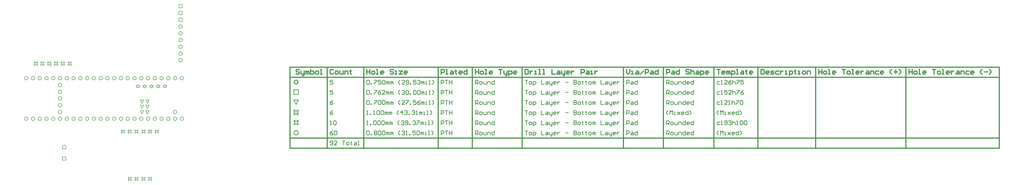
<source format=gbr>
%FSTAX23Y23*%
%MOIN*%
%SFA1B1*%

%IPPOS*%
%ADD11C,0.005000*%
%ADD13C,0.010000*%
%ADD29C,0.015000*%
%ADD31C,0.016000*%
%LNpcb1_drawing_1-1*%
%LPD*%
G54D11*
X02375Y0227D02*
D01*
X02374Y02271*
X02374Y02273*
X02374Y02275*
X02374Y02276*
X02373Y02278*
X02372Y0228*
X02372Y02281*
X02371Y02283*
X0237Y02284*
X02369Y02286*
X02367Y02287*
X02366Y02288*
X02365Y02289*
X02363Y0229*
X02362Y02291*
X0236Y02292*
X02359Y02293*
X02357Y02293*
X02356Y02294*
X02354Y02294*
X02352Y02294*
X0235Y02294*
X02349*
X02347Y02294*
X02345Y02294*
X02343Y02294*
X02342Y02293*
X0234Y02293*
X02339Y02292*
X02337Y02291*
X02336Y0229*
X02334Y02289*
X02333Y02288*
X02332Y02287*
X0233Y02286*
X02329Y02284*
X02328Y02283*
X02327Y02281*
X02327Y0228*
X02326Y02278*
X02325Y02276*
X02325Y02275*
X02325Y02273*
X02325Y02271*
X02325Y0227*
X02325Y02268*
X02325Y02266*
X02325Y02264*
X02325Y02263*
X02326Y02261*
X02327Y02259*
X02327Y02258*
X02328Y02256*
X02329Y02255*
X0233Y02253*
X02332Y02252*
X02333Y02251*
X02334Y0225*
X02336Y02249*
X02337Y02248*
X02339Y02247*
X0234Y02246*
X02342Y02246*
X02343Y02245*
X02345Y02245*
X02347Y02245*
X02349Y02245*
X0235*
X02352Y02245*
X02354Y02245*
X02356Y02245*
X02357Y02246*
X02359Y02246*
X0236Y02247*
X02362Y02248*
X02363Y02249*
X02365Y0225*
X02366Y02251*
X02367Y02252*
X02369Y02253*
X0237Y02255*
X02371Y02256*
X02372Y02258*
X02372Y02259*
X02373Y02261*
X02374Y02263*
X02374Y02264*
X02374Y02266*
X02374Y02268*
X02375Y0227*
Y0217D02*
D01*
X02374Y02171*
X02374Y02173*
X02374Y02175*
X02374Y02176*
X02373Y02178*
X02372Y0218*
X02372Y02181*
X02371Y02183*
X0237Y02184*
X02369Y02186*
X02367Y02187*
X02366Y02188*
X02365Y02189*
X02363Y0219*
X02362Y02191*
X0236Y02192*
X02359Y02193*
X02357Y02193*
X02356Y02194*
X02354Y02194*
X02352Y02194*
X0235Y02194*
X02349*
X02347Y02194*
X02345Y02194*
X02343Y02194*
X02342Y02193*
X0234Y02193*
X02339Y02192*
X02337Y02191*
X02336Y0219*
X02334Y02189*
X02333Y02188*
X02332Y02187*
X0233Y02186*
X02329Y02184*
X02328Y02183*
X02327Y02181*
X02327Y0218*
X02326Y02178*
X02325Y02176*
X02325Y02175*
X02325Y02173*
X02325Y02171*
X02325Y0217*
X02325Y02168*
X02325Y02166*
X02325Y02164*
X02325Y02163*
X02326Y02161*
X02327Y02159*
X02327Y02158*
X02328Y02156*
X02329Y02155*
X0233Y02153*
X02332Y02152*
X02333Y02151*
X02334Y0215*
X02336Y02149*
X02337Y02148*
X02339Y02147*
X0234Y02146*
X02342Y02146*
X02343Y02145*
X02345Y02145*
X02347Y02145*
X02349Y02145*
X0235*
X02352Y02145*
X02354Y02145*
X02356Y02145*
X02357Y02146*
X02359Y02146*
X0236Y02147*
X02362Y02148*
X02363Y02149*
X02365Y0215*
X02366Y02151*
X02367Y02152*
X02369Y02153*
X0237Y02155*
X02371Y02156*
X02372Y02158*
X02372Y02159*
X02373Y02161*
X02374Y02163*
X02374Y02164*
X02374Y02166*
X02374Y02168*
X02375Y0217*
Y0207D02*
D01*
X02374Y02071*
X02374Y02073*
X02374Y02075*
X02374Y02076*
X02373Y02078*
X02372Y0208*
X02372Y02081*
X02371Y02083*
X0237Y02084*
X02369Y02086*
X02367Y02087*
X02366Y02088*
X02365Y02089*
X02363Y0209*
X02362Y02091*
X0236Y02092*
X02359Y02093*
X02357Y02093*
X02356Y02094*
X02354Y02094*
X02352Y02094*
X0235Y02094*
X02349*
X02347Y02094*
X02345Y02094*
X02343Y02094*
X02342Y02093*
X0234Y02093*
X02339Y02092*
X02337Y02091*
X02336Y0209*
X02334Y02089*
X02333Y02088*
X02332Y02087*
X0233Y02086*
X02329Y02084*
X02328Y02083*
X02327Y02081*
X02327Y0208*
X02326Y02078*
X02325Y02076*
X02325Y02075*
X02325Y02073*
X02325Y02071*
X02325Y0207*
X02325Y02068*
X02325Y02066*
X02325Y02064*
X02325Y02063*
X02326Y02061*
X02327Y02059*
X02327Y02058*
X02328Y02056*
X02329Y02055*
X0233Y02053*
X02332Y02052*
X02333Y02051*
X02334Y0205*
X02336Y02049*
X02337Y02048*
X02339Y02047*
X0234Y02046*
X02342Y02046*
X02343Y02045*
X02345Y02045*
X02347Y02045*
X02349Y02045*
X0235*
X02352Y02045*
X02354Y02045*
X02356Y02045*
X02357Y02046*
X02359Y02046*
X0236Y02047*
X02362Y02048*
X02363Y02049*
X02365Y0205*
X02366Y02051*
X02367Y02052*
X02369Y02053*
X0237Y02055*
X02371Y02056*
X02372Y02058*
X02372Y02059*
X02373Y02061*
X02374Y02063*
X02374Y02064*
X02374Y02066*
X02374Y02068*
X02375Y0207*
Y0197D02*
D01*
X02374Y01971*
X02374Y01973*
X02374Y01975*
X02374Y01976*
X02373Y01978*
X02372Y0198*
X02372Y01981*
X02371Y01983*
X0237Y01984*
X02369Y01986*
X02367Y01987*
X02366Y01988*
X02365Y01989*
X02363Y0199*
X02362Y01991*
X0236Y01992*
X02359Y01993*
X02357Y01993*
X02356Y01994*
X02354Y01994*
X02352Y01994*
X0235Y01994*
X02349*
X02347Y01994*
X02345Y01994*
X02343Y01994*
X02342Y01993*
X0234Y01993*
X02339Y01992*
X02337Y01991*
X02336Y0199*
X02334Y01989*
X02333Y01988*
X02332Y01987*
X0233Y01986*
X02329Y01984*
X02328Y01983*
X02327Y01981*
X02327Y0198*
X02326Y01978*
X02325Y01976*
X02325Y01975*
X02325Y01973*
X02325Y01971*
X02325Y0197*
X02325Y01968*
X02325Y01966*
X02325Y01964*
X02325Y01963*
X02326Y01961*
X02327Y01959*
X02327Y01958*
X02328Y01956*
X02329Y01955*
X0233Y01953*
X02332Y01952*
X02333Y01951*
X02334Y0195*
X02336Y01949*
X02337Y01948*
X02339Y01947*
X0234Y01946*
X02342Y01946*
X02343Y01945*
X02345Y01945*
X02347Y01945*
X02349Y01945*
X0235*
X02352Y01945*
X02354Y01945*
X02356Y01945*
X02357Y01946*
X02359Y01946*
X0236Y01947*
X02362Y01948*
X02363Y01949*
X02365Y0195*
X02366Y01951*
X02367Y01952*
X02369Y01953*
X0237Y01955*
X02371Y01956*
X02372Y01958*
X02372Y01959*
X02373Y01961*
X02374Y01963*
X02374Y01964*
X02374Y01966*
X02374Y01968*
X02375Y0197*
Y0187D02*
D01*
X02374Y01871*
X02374Y01873*
X02374Y01875*
X02374Y01876*
X02373Y01878*
X02372Y0188*
X02372Y01881*
X02371Y01883*
X0237Y01884*
X02369Y01886*
X02367Y01887*
X02366Y01888*
X02365Y01889*
X02363Y0189*
X02362Y01891*
X0236Y01892*
X02359Y01893*
X02357Y01893*
X02356Y01894*
X02354Y01894*
X02352Y01894*
X0235Y01894*
X02349*
X02347Y01894*
X02345Y01894*
X02343Y01894*
X02342Y01893*
X0234Y01893*
X02339Y01892*
X02337Y01891*
X02336Y0189*
X02334Y01889*
X02333Y01888*
X02332Y01887*
X0233Y01886*
X02329Y01884*
X02328Y01883*
X02327Y01881*
X02327Y0188*
X02326Y01878*
X02325Y01876*
X02325Y01875*
X02325Y01873*
X02325Y01871*
X02325Y0187*
X02325Y01868*
X02325Y01866*
X02325Y01864*
X02325Y01863*
X02326Y01861*
X02327Y01859*
X02327Y01858*
X02328Y01856*
X02329Y01855*
X0233Y01853*
X02332Y01852*
X02333Y01851*
X02334Y0185*
X02336Y01849*
X02337Y01848*
X02339Y01847*
X0234Y01846*
X02342Y01846*
X02343Y01845*
X02345Y01845*
X02347Y01845*
X02349Y01845*
X0235*
X02352Y01845*
X02354Y01845*
X02356Y01845*
X02357Y01846*
X02359Y01846*
X0236Y01847*
X02362Y01848*
X02363Y01849*
X02365Y0185*
X02366Y01851*
X02367Y01852*
X02369Y01853*
X0237Y01855*
X02371Y01856*
X02372Y01858*
X02372Y01859*
X02373Y01861*
X02374Y01863*
X02374Y01864*
X02374Y01866*
X02374Y01868*
X02375Y0187*
Y0237D02*
D01*
X02374Y02371*
X02374Y02373*
X02374Y02375*
X02374Y02376*
X02373Y02378*
X02372Y0238*
X02372Y02381*
X02371Y02383*
X0237Y02384*
X02369Y02386*
X02367Y02387*
X02366Y02388*
X02365Y02389*
X02363Y0239*
X02362Y02391*
X0236Y02392*
X02359Y02393*
X02357Y02393*
X02356Y02394*
X02354Y02394*
X02352Y02394*
X0235Y02394*
X02349*
X02347Y02394*
X02345Y02394*
X02343Y02394*
X02342Y02393*
X0234Y02393*
X02339Y02392*
X02337Y02391*
X02336Y0239*
X02334Y02389*
X02333Y02388*
X02332Y02387*
X0233Y02386*
X02329Y02384*
X02328Y02383*
X02327Y02381*
X02327Y0238*
X02326Y02378*
X02325Y02376*
X02325Y02375*
X02325Y02373*
X02325Y02371*
X02325Y0237*
X02325Y02368*
X02325Y02366*
X02325Y02364*
X02325Y02363*
X02326Y02361*
X02327Y02359*
X02327Y02358*
X02328Y02356*
X02329Y02355*
X0233Y02353*
X02332Y02352*
X02333Y02351*
X02334Y0235*
X02336Y02349*
X02337Y02348*
X02339Y02347*
X0234Y02346*
X02342Y02346*
X02343Y02345*
X02345Y02345*
X02347Y02345*
X02349Y02345*
X0235*
X02352Y02345*
X02354Y02345*
X02356Y02345*
X02357Y02346*
X02359Y02346*
X0236Y02347*
X02362Y02348*
X02363Y02349*
X02365Y0235*
X02366Y02351*
X02367Y02352*
X02369Y02353*
X0237Y02355*
X02371Y02356*
X02372Y02358*
X02372Y02359*
X02373Y02361*
X02374Y02363*
X02374Y02364*
X02374Y02366*
X02374Y02368*
X02375Y0237*
X02395Y01605D02*
D01*
X02394Y01606*
X02394Y01608*
X02394Y0161*
X02394Y01611*
X02393Y01613*
X02392Y01615*
X02392Y01616*
X02391Y01618*
X0239Y01619*
X02389Y01621*
X02387Y01622*
X02386Y01623*
X02385Y01624*
X02383Y01625*
X02382Y01626*
X0238Y01627*
X02379Y01628*
X02377Y01628*
X02376Y01629*
X02374Y01629*
X02372Y01629*
X0237Y01629*
X02369*
X02367Y01629*
X02365Y01629*
X02363Y01629*
X02362Y01628*
X0236Y01628*
X02359Y01627*
X02357Y01626*
X02356Y01625*
X02354Y01624*
X02353Y01623*
X02352Y01622*
X0235Y01621*
X02349Y01619*
X02348Y01618*
X02347Y01616*
X02347Y01615*
X02346Y01613*
X02345Y01611*
X02345Y0161*
X02345Y01608*
X02345Y01606*
X02345Y01605*
X02345Y01603*
X02345Y01601*
X02345Y01599*
X02345Y01598*
X02346Y01596*
X02347Y01594*
X02347Y01593*
X02348Y01591*
X02349Y0159*
X0235Y01588*
X02352Y01587*
X02353Y01586*
X02354Y01585*
X02356Y01584*
X02357Y01583*
X02359Y01582*
X0236Y01581*
X02362Y01581*
X02363Y0158*
X02365Y0158*
X02367Y0158*
X02369Y0158*
X0237*
X02372Y0158*
X02374Y0158*
X02376Y0158*
X02377Y01581*
X02379Y01581*
X0238Y01582*
X02382Y01583*
X02383Y01584*
X02385Y01585*
X02386Y01586*
X02387Y01587*
X02389Y01588*
X0239Y0159*
X02391Y01591*
X02392Y01593*
X02392Y01594*
X02393Y01596*
X02394Y01598*
X02394Y01599*
X02394Y01601*
X02394Y01603*
X02395Y01605*
X02295D02*
D01*
X02294Y01606*
X02294Y01608*
X02294Y0161*
X02294Y01611*
X02293Y01613*
X02292Y01615*
X02292Y01616*
X02291Y01618*
X0229Y01619*
X02289Y01621*
X02287Y01622*
X02286Y01623*
X02285Y01624*
X02283Y01625*
X02282Y01626*
X0228Y01627*
X02279Y01628*
X02277Y01628*
X02276Y01629*
X02274Y01629*
X02272Y01629*
X0227Y01629*
X02269*
X02267Y01629*
X02265Y01629*
X02263Y01629*
X02262Y01628*
X0226Y01628*
X02259Y01627*
X02257Y01626*
X02256Y01625*
X02254Y01624*
X02253Y01623*
X02252Y01622*
X0225Y01621*
X02249Y01619*
X02248Y01618*
X02247Y01616*
X02247Y01615*
X02246Y01613*
X02245Y01611*
X02245Y0161*
X02245Y01608*
X02245Y01606*
X02245Y01605*
X02245Y01603*
X02245Y01601*
X02245Y01599*
X02245Y01598*
X02246Y01596*
X02247Y01594*
X02247Y01593*
X02248Y01591*
X02249Y0159*
X0225Y01588*
X02252Y01587*
X02253Y01586*
X02254Y01585*
X02256Y01584*
X02257Y01583*
X02259Y01582*
X0226Y01581*
X02262Y01581*
X02263Y0158*
X02265Y0158*
X02267Y0158*
X02269Y0158*
X0227*
X02272Y0158*
X02274Y0158*
X02276Y0158*
X02277Y01581*
X02279Y01581*
X0228Y01582*
X02282Y01583*
X02283Y01584*
X02285Y01585*
X02286Y01586*
X02287Y01587*
X02289Y01588*
X0229Y0159*
X02291Y01591*
X02292Y01593*
X02292Y01594*
X02293Y01596*
X02294Y01598*
X02294Y01599*
X02294Y01601*
X02294Y01603*
X02295Y01605*
X00595Y01505D02*
D01*
X00594Y01506*
X00594Y01508*
X00594Y0151*
X00594Y01511*
X00593Y01513*
X00592Y01515*
X00592Y01516*
X00591Y01518*
X0059Y01519*
X00589Y01521*
X00587Y01522*
X00586Y01523*
X00585Y01524*
X00583Y01525*
X00582Y01526*
X0058Y01527*
X00579Y01528*
X00577Y01528*
X00576Y01529*
X00574Y01529*
X00572Y01529*
X0057Y01529*
X00569*
X00567Y01529*
X00565Y01529*
X00563Y01529*
X00562Y01528*
X0056Y01528*
X00559Y01527*
X00557Y01526*
X00556Y01525*
X00554Y01524*
X00553Y01523*
X00552Y01522*
X0055Y01521*
X00549Y01519*
X00548Y01518*
X00547Y01516*
X00547Y01515*
X00546Y01513*
X00545Y01511*
X00545Y0151*
X00545Y01508*
X00545Y01506*
X00545Y01505*
X00545Y01503*
X00545Y01501*
X00545Y01499*
X00545Y01498*
X00546Y01496*
X00547Y01494*
X00547Y01493*
X00548Y01491*
X00549Y0149*
X0055Y01488*
X00552Y01487*
X00553Y01486*
X00554Y01485*
X00556Y01484*
X00557Y01483*
X00559Y01482*
X0056Y01481*
X00562Y01481*
X00563Y0148*
X00565Y0148*
X00567Y0148*
X00569Y0148*
X0057*
X00572Y0148*
X00574Y0148*
X00576Y0148*
X00577Y01481*
X00579Y01481*
X0058Y01482*
X00582Y01483*
X00583Y01484*
X00585Y01485*
X00586Y01486*
X00587Y01487*
X00589Y01488*
X0059Y0149*
X00591Y01491*
X00592Y01493*
X00592Y01494*
X00593Y01496*
X00594Y01498*
X00594Y01499*
X00594Y01501*
X00594Y01503*
X00595Y01505*
Y01405D02*
D01*
X00594Y01406*
X00594Y01408*
X00594Y0141*
X00594Y01411*
X00593Y01413*
X00592Y01415*
X00592Y01416*
X00591Y01418*
X0059Y01419*
X00589Y01421*
X00587Y01422*
X00586Y01423*
X00585Y01424*
X00583Y01425*
X00582Y01426*
X0058Y01427*
X00579Y01428*
X00577Y01428*
X00576Y01429*
X00574Y01429*
X00572Y01429*
X0057Y01429*
X00569*
X00567Y01429*
X00565Y01429*
X00563Y01429*
X00562Y01428*
X0056Y01428*
X00559Y01427*
X00557Y01426*
X00556Y01425*
X00554Y01424*
X00553Y01423*
X00552Y01422*
X0055Y01421*
X00549Y01419*
X00548Y01418*
X00547Y01416*
X00547Y01415*
X00546Y01413*
X00545Y01411*
X00545Y0141*
X00545Y01408*
X00545Y01406*
X00545Y01405*
X00545Y01403*
X00545Y01401*
X00545Y01399*
X00545Y01398*
X00546Y01396*
X00547Y01394*
X00547Y01393*
X00548Y01391*
X00549Y0139*
X0055Y01388*
X00552Y01387*
X00553Y01386*
X00554Y01385*
X00556Y01384*
X00557Y01383*
X00559Y01382*
X0056Y01381*
X00562Y01381*
X00563Y0138*
X00565Y0138*
X00567Y0138*
X00569Y0138*
X0057*
X00572Y0138*
X00574Y0138*
X00576Y0138*
X00577Y01381*
X00579Y01381*
X0058Y01382*
X00582Y01383*
X00583Y01384*
X00585Y01385*
X00586Y01386*
X00587Y01387*
X00589Y01388*
X0059Y0139*
X00591Y01391*
X00592Y01393*
X00592Y01394*
X00593Y01396*
X00594Y01398*
X00594Y01399*
X00594Y01401*
X00594Y01403*
X00595Y01405*
Y01305D02*
D01*
X00594Y01306*
X00594Y01308*
X00594Y0131*
X00594Y01311*
X00593Y01313*
X00592Y01315*
X00592Y01316*
X00591Y01318*
X0059Y01319*
X00589Y01321*
X00587Y01322*
X00586Y01323*
X00585Y01324*
X00583Y01325*
X00582Y01326*
X0058Y01327*
X00579Y01328*
X00577Y01328*
X00576Y01329*
X00574Y01329*
X00572Y01329*
X0057Y01329*
X00569*
X00567Y01329*
X00565Y01329*
X00563Y01329*
X00562Y01328*
X0056Y01328*
X00559Y01327*
X00557Y01326*
X00556Y01325*
X00554Y01324*
X00553Y01323*
X00552Y01322*
X0055Y01321*
X00549Y01319*
X00548Y01318*
X00547Y01316*
X00547Y01315*
X00546Y01313*
X00545Y01311*
X00545Y0131*
X00545Y01308*
X00545Y01306*
X00545Y01305*
X00545Y01303*
X00545Y01301*
X00545Y01299*
X00545Y01298*
X00546Y01296*
X00547Y01294*
X00547Y01293*
X00548Y01291*
X00549Y0129*
X0055Y01288*
X00552Y01287*
X00553Y01286*
X00554Y01285*
X00556Y01284*
X00557Y01283*
X00559Y01282*
X0056Y01281*
X00562Y01281*
X00563Y0128*
X00565Y0128*
X00567Y0128*
X00569Y0128*
X0057*
X00572Y0128*
X00574Y0128*
X00576Y0128*
X00577Y01281*
X00579Y01281*
X0058Y01282*
X00582Y01283*
X00583Y01284*
X00585Y01285*
X00586Y01286*
X00587Y01287*
X00589Y01288*
X0059Y0129*
X00591Y01291*
X00592Y01293*
X00592Y01294*
X00593Y01296*
X00594Y01298*
X00594Y01299*
X00594Y01301*
X00594Y01303*
X00595Y01305*
Y01105D02*
D01*
X00594Y01106*
X00594Y01108*
X00594Y0111*
X00594Y01111*
X00593Y01113*
X00592Y01115*
X00592Y01116*
X00591Y01118*
X0059Y01119*
X00589Y01121*
X00587Y01122*
X00586Y01123*
X00585Y01124*
X00583Y01125*
X00582Y01126*
X0058Y01127*
X00579Y01128*
X00577Y01128*
X00576Y01129*
X00574Y01129*
X00572Y01129*
X0057Y01129*
X00569*
X00567Y01129*
X00565Y01129*
X00563Y01129*
X00562Y01128*
X0056Y01128*
X00559Y01127*
X00557Y01126*
X00556Y01125*
X00554Y01124*
X00553Y01123*
X00552Y01122*
X0055Y01121*
X00549Y01119*
X00548Y01118*
X00547Y01116*
X00547Y01115*
X00546Y01113*
X00545Y01111*
X00545Y0111*
X00545Y01108*
X00545Y01106*
X00545Y01105*
X00545Y01103*
X00545Y01101*
X00545Y01099*
X00545Y01098*
X00546Y01096*
X00547Y01094*
X00547Y01093*
X00548Y01091*
X00549Y0109*
X0055Y01088*
X00552Y01087*
X00553Y01086*
X00554Y01085*
X00556Y01084*
X00557Y01083*
X00559Y01082*
X0056Y01081*
X00562Y01081*
X00563Y0108*
X00565Y0108*
X00567Y0108*
X00569Y0108*
X0057*
X00572Y0108*
X00574Y0108*
X00576Y0108*
X00577Y01081*
X00579Y01081*
X0058Y01082*
X00582Y01083*
X00583Y01084*
X00585Y01085*
X00586Y01086*
X00587Y01087*
X00589Y01088*
X0059Y0109*
X00591Y01091*
X00592Y01093*
X00592Y01094*
X00593Y01096*
X00594Y01098*
X00594Y01099*
X00594Y01101*
X00594Y01103*
X00595Y01105*
X02295D02*
D01*
X02294Y01106*
X02294Y01108*
X02294Y0111*
X02294Y01111*
X02293Y01113*
X02292Y01115*
X02292Y01116*
X02291Y01118*
X0229Y01119*
X02289Y01121*
X02287Y01122*
X02286Y01123*
X02285Y01124*
X02283Y01125*
X02282Y01126*
X0228Y01127*
X02279Y01128*
X02277Y01128*
X02276Y01129*
X02274Y01129*
X02272Y01129*
X0227Y01129*
X02269*
X02267Y01129*
X02265Y01129*
X02263Y01129*
X02262Y01128*
X0226Y01128*
X02259Y01127*
X02257Y01126*
X02256Y01125*
X02254Y01124*
X02253Y01123*
X02252Y01122*
X0225Y01121*
X02249Y01119*
X02248Y01118*
X02247Y01116*
X02247Y01115*
X02246Y01113*
X02245Y01111*
X02245Y0111*
X02245Y01108*
X02245Y01106*
X02245Y01105*
X02245Y01103*
X02245Y01101*
X02245Y01099*
X02245Y01098*
X02246Y01096*
X02247Y01094*
X02247Y01093*
X02248Y01091*
X02249Y0109*
X0225Y01088*
X02252Y01087*
X02253Y01086*
X02254Y01085*
X02256Y01084*
X02257Y01083*
X02259Y01082*
X0226Y01081*
X02262Y01081*
X02263Y0108*
X02265Y0108*
X02267Y0108*
X02269Y0108*
X0227*
X02272Y0108*
X02274Y0108*
X02276Y0108*
X02277Y01081*
X02279Y01081*
X0228Y01082*
X02282Y01083*
X02283Y01084*
X02285Y01085*
X02286Y01086*
X02287Y01087*
X02289Y01088*
X0229Y0109*
X02291Y01091*
X02292Y01093*
X02292Y01094*
X02293Y01096*
X02294Y01098*
X02294Y01099*
X02294Y01101*
X02294Y01103*
X02295Y01105*
X00595Y01205D02*
D01*
X00594Y01206*
X00594Y01208*
X00594Y0121*
X00594Y01211*
X00593Y01213*
X00592Y01215*
X00592Y01216*
X00591Y01218*
X0059Y01219*
X00589Y01221*
X00587Y01222*
X00586Y01223*
X00585Y01224*
X00583Y01225*
X00582Y01226*
X0058Y01227*
X00579Y01228*
X00577Y01228*
X00576Y01229*
X00574Y01229*
X00572Y01229*
X0057Y01229*
X00569*
X00567Y01229*
X00565Y01229*
X00563Y01229*
X00562Y01228*
X0056Y01228*
X00559Y01227*
X00557Y01226*
X00556Y01225*
X00554Y01224*
X00553Y01223*
X00552Y01222*
X0055Y01221*
X00549Y01219*
X00548Y01218*
X00547Y01216*
X00547Y01215*
X00546Y01213*
X00545Y01211*
X00545Y0121*
X00545Y01208*
X00545Y01206*
X00545Y01205*
X00545Y01203*
X00545Y01201*
X00545Y01199*
X00545Y01198*
X00546Y01196*
X00547Y01194*
X00547Y01193*
X00548Y01191*
X00549Y0119*
X0055Y01188*
X00552Y01187*
X00553Y01186*
X00554Y01185*
X00556Y01184*
X00557Y01183*
X00559Y01182*
X0056Y01181*
X00562Y01181*
X00563Y0118*
X00565Y0118*
X00567Y0118*
X00569Y0118*
X0057*
X00572Y0118*
X00574Y0118*
X00576Y0118*
X00577Y01181*
X00579Y01181*
X0058Y01182*
X00582Y01183*
X00583Y01184*
X00585Y01185*
X00586Y01186*
X00587Y01187*
X00589Y01188*
X0059Y0119*
X00591Y01191*
X00592Y01193*
X00592Y01194*
X00593Y01196*
X00594Y01198*
X00594Y01199*
X00594Y01201*
X00594Y01203*
X00595Y01205*
X00995Y01005D02*
D01*
X00994Y01006*
X00994Y01008*
X00994Y0101*
X00994Y01011*
X00993Y01013*
X00992Y01015*
X00992Y01016*
X00991Y01018*
X0099Y01019*
X00989Y01021*
X00987Y01022*
X00986Y01023*
X00985Y01024*
X00983Y01025*
X00982Y01026*
X0098Y01027*
X00979Y01028*
X00977Y01028*
X00976Y01029*
X00974Y01029*
X00972Y01029*
X0097Y01029*
X00969*
X00967Y01029*
X00965Y01029*
X00963Y01029*
X00962Y01028*
X0096Y01028*
X00959Y01027*
X00957Y01026*
X00956Y01025*
X00954Y01024*
X00953Y01023*
X00952Y01022*
X0095Y01021*
X00949Y01019*
X00948Y01018*
X00947Y01016*
X00947Y01015*
X00946Y01013*
X00945Y01011*
X00945Y0101*
X00945Y01008*
X00945Y01006*
X00945Y01005*
X00945Y01003*
X00945Y01001*
X00945Y00999*
X00945Y00998*
X00946Y00996*
X00947Y00994*
X00947Y00993*
X00948Y00991*
X00949Y0099*
X0095Y00988*
X00952Y00987*
X00953Y00986*
X00954Y00985*
X00956Y00984*
X00957Y00983*
X00959Y00982*
X0096Y00981*
X00962Y00981*
X00963Y0098*
X00965Y0098*
X00967Y0098*
X00969Y0098*
X0097*
X00972Y0098*
X00974Y0098*
X00976Y0098*
X00977Y00981*
X00979Y00981*
X0098Y00982*
X00982Y00983*
X00983Y00984*
X00985Y00985*
X00986Y00986*
X00987Y00987*
X00989Y00988*
X0099Y0099*
X00991Y00991*
X00992Y00993*
X00992Y00994*
X00993Y00996*
X00994Y00998*
X00994Y00999*
X00994Y01001*
X00994Y01003*
X00995Y01005*
X02195Y01605D02*
D01*
X02194Y01606*
X02194Y01608*
X02194Y0161*
X02194Y01611*
X02193Y01613*
X02192Y01615*
X02192Y01616*
X02191Y01618*
X0219Y01619*
X02189Y01621*
X02187Y01622*
X02186Y01623*
X02185Y01624*
X02183Y01625*
X02182Y01626*
X0218Y01627*
X02179Y01628*
X02177Y01628*
X02176Y01629*
X02174Y01629*
X02172Y01629*
X0217Y01629*
X02169*
X02167Y01629*
X02165Y01629*
X02163Y01629*
X02162Y01628*
X0216Y01628*
X02159Y01627*
X02157Y01626*
X02156Y01625*
X02154Y01624*
X02153Y01623*
X02152Y01622*
X0215Y01621*
X02149Y01619*
X02148Y01618*
X02147Y01616*
X02147Y01615*
X02146Y01613*
X02145Y01611*
X02145Y0161*
X02145Y01608*
X02145Y01606*
X02145Y01605*
X02145Y01603*
X02145Y01601*
X02145Y01599*
X02145Y01598*
X02146Y01596*
X02147Y01594*
X02147Y01593*
X02148Y01591*
X02149Y0159*
X0215Y01588*
X02152Y01587*
X02153Y01586*
X02154Y01585*
X02156Y01584*
X02157Y01583*
X02159Y01582*
X0216Y01581*
X02162Y01581*
X02163Y0158*
X02165Y0158*
X02167Y0158*
X02169Y0158*
X0217*
X02172Y0158*
X02174Y0158*
X02176Y0158*
X02177Y01581*
X02179Y01581*
X0218Y01582*
X02182Y01583*
X02183Y01584*
X02185Y01585*
X02186Y01586*
X02187Y01587*
X02189Y01588*
X0219Y0159*
X02191Y01591*
X02192Y01593*
X02192Y01594*
X02193Y01596*
X02194Y01598*
X02194Y01599*
X02194Y01601*
X02194Y01603*
X02195Y01605*
X02095D02*
D01*
X02094Y01606*
X02094Y01608*
X02094Y0161*
X02094Y01611*
X02093Y01613*
X02092Y01615*
X02092Y01616*
X02091Y01618*
X0209Y01619*
X02089Y01621*
X02087Y01622*
X02086Y01623*
X02085Y01624*
X02083Y01625*
X02082Y01626*
X0208Y01627*
X02079Y01628*
X02077Y01628*
X02076Y01629*
X02074Y01629*
X02072Y01629*
X0207Y01629*
X02069*
X02067Y01629*
X02065Y01629*
X02063Y01629*
X02062Y01628*
X0206Y01628*
X02059Y01627*
X02057Y01626*
X02056Y01625*
X02054Y01624*
X02053Y01623*
X02052Y01622*
X0205Y01621*
X02049Y01619*
X02048Y01618*
X02047Y01616*
X02047Y01615*
X02046Y01613*
X02045Y01611*
X02045Y0161*
X02045Y01608*
X02045Y01606*
X02045Y01605*
X02045Y01603*
X02045Y01601*
X02045Y01599*
X02045Y01598*
X02046Y01596*
X02047Y01594*
X02047Y01593*
X02048Y01591*
X02049Y0159*
X0205Y01588*
X02052Y01587*
X02053Y01586*
X02054Y01585*
X02056Y01584*
X02057Y01583*
X02059Y01582*
X0206Y01581*
X02062Y01581*
X02063Y0158*
X02065Y0158*
X02067Y0158*
X02069Y0158*
X0207*
X02072Y0158*
X02074Y0158*
X02076Y0158*
X02077Y01581*
X02079Y01581*
X0208Y01582*
X02082Y01583*
X02083Y01584*
X02085Y01585*
X02086Y01586*
X02087Y01587*
X02089Y01588*
X0209Y0159*
X02091Y01591*
X02092Y01593*
X02092Y01594*
X02093Y01596*
X02094Y01598*
X02094Y01599*
X02094Y01601*
X02094Y01603*
X02095Y01605*
X01995D02*
D01*
X01994Y01606*
X01994Y01608*
X01994Y0161*
X01994Y01611*
X01993Y01613*
X01992Y01615*
X01992Y01616*
X01991Y01618*
X0199Y01619*
X01989Y01621*
X01987Y01622*
X01986Y01623*
X01985Y01624*
X01983Y01625*
X01982Y01626*
X0198Y01627*
X01979Y01628*
X01977Y01628*
X01976Y01629*
X01974Y01629*
X01972Y01629*
X0197Y01629*
X01969*
X01967Y01629*
X01965Y01629*
X01963Y01629*
X01962Y01628*
X0196Y01628*
X01959Y01627*
X01957Y01626*
X01956Y01625*
X01954Y01624*
X01953Y01623*
X01952Y01622*
X0195Y01621*
X01949Y01619*
X01948Y01618*
X01947Y01616*
X01947Y01615*
X01946Y01613*
X01945Y01611*
X01945Y0161*
X01945Y01608*
X01945Y01606*
X01945Y01605*
X01945Y01603*
X01945Y01601*
X01945Y01599*
X01945Y01598*
X01946Y01596*
X01947Y01594*
X01947Y01593*
X01948Y01591*
X01949Y0159*
X0195Y01588*
X01952Y01587*
X01953Y01586*
X01954Y01585*
X01956Y01584*
X01957Y01583*
X01959Y01582*
X0196Y01581*
X01962Y01581*
X01963Y0158*
X01965Y0158*
X01967Y0158*
X01969Y0158*
X0197*
X01972Y0158*
X01974Y0158*
X01976Y0158*
X01977Y01581*
X01979Y01581*
X0198Y01582*
X01982Y01583*
X01983Y01584*
X01985Y01585*
X01986Y01586*
X01987Y01587*
X01989Y01588*
X0199Y0159*
X01991Y01591*
X01992Y01593*
X01992Y01594*
X01993Y01596*
X01994Y01598*
X01994Y01599*
X01994Y01601*
X01994Y01603*
X01995Y01605*
X01895D02*
D01*
X01894Y01606*
X01894Y01608*
X01894Y0161*
X01894Y01611*
X01893Y01613*
X01892Y01615*
X01892Y01616*
X01891Y01618*
X0189Y01619*
X01889Y01621*
X01887Y01622*
X01886Y01623*
X01885Y01624*
X01883Y01625*
X01882Y01626*
X0188Y01627*
X01879Y01628*
X01877Y01628*
X01876Y01629*
X01874Y01629*
X01872Y01629*
X0187Y01629*
X01869*
X01867Y01629*
X01865Y01629*
X01863Y01629*
X01862Y01628*
X0186Y01628*
X01859Y01627*
X01857Y01626*
X01856Y01625*
X01854Y01624*
X01853Y01623*
X01852Y01622*
X0185Y01621*
X01849Y01619*
X01848Y01618*
X01847Y01616*
X01847Y01615*
X01846Y01613*
X01845Y01611*
X01845Y0161*
X01845Y01608*
X01845Y01606*
X01845Y01605*
X01845Y01603*
X01845Y01601*
X01845Y01599*
X01845Y01598*
X01846Y01596*
X01847Y01594*
X01847Y01593*
X01848Y01591*
X01849Y0159*
X0185Y01588*
X01852Y01587*
X01853Y01586*
X01854Y01585*
X01856Y01584*
X01857Y01583*
X01859Y01582*
X0186Y01581*
X01862Y01581*
X01863Y0158*
X01865Y0158*
X01867Y0158*
X01869Y0158*
X0187*
X01872Y0158*
X01874Y0158*
X01876Y0158*
X01877Y01581*
X01879Y01581*
X0188Y01582*
X01882Y01583*
X01883Y01584*
X01885Y01585*
X01886Y01586*
X01887Y01587*
X01889Y01588*
X0189Y0159*
X01891Y01591*
X01892Y01593*
X01892Y01594*
X01893Y01596*
X01894Y01598*
X01894Y01599*
X01894Y01601*
X01894Y01603*
X01895Y01605*
X01795D02*
D01*
X01794Y01606*
X01794Y01608*
X01794Y0161*
X01794Y01611*
X01793Y01613*
X01792Y01615*
X01792Y01616*
X01791Y01618*
X0179Y01619*
X01789Y01621*
X01787Y01622*
X01786Y01623*
X01785Y01624*
X01783Y01625*
X01782Y01626*
X0178Y01627*
X01779Y01628*
X01777Y01628*
X01776Y01629*
X01774Y01629*
X01772Y01629*
X0177Y01629*
X01769*
X01767Y01629*
X01765Y01629*
X01763Y01629*
X01762Y01628*
X0176Y01628*
X01759Y01627*
X01757Y01626*
X01756Y01625*
X01754Y01624*
X01753Y01623*
X01752Y01622*
X0175Y01621*
X01749Y01619*
X01748Y01618*
X01747Y01616*
X01747Y01615*
X01746Y01613*
X01745Y01611*
X01745Y0161*
X01745Y01608*
X01745Y01606*
X01745Y01605*
X01745Y01603*
X01745Y01601*
X01745Y01599*
X01745Y01598*
X01746Y01596*
X01747Y01594*
X01747Y01593*
X01748Y01591*
X01749Y0159*
X0175Y01588*
X01752Y01587*
X01753Y01586*
X01754Y01585*
X01756Y01584*
X01757Y01583*
X01759Y01582*
X0176Y01581*
X01762Y01581*
X01763Y0158*
X01765Y0158*
X01767Y0158*
X01769Y0158*
X0177*
X01772Y0158*
X01774Y0158*
X01776Y0158*
X01777Y01581*
X01779Y01581*
X0178Y01582*
X01782Y01583*
X01783Y01584*
X01785Y01585*
X01786Y01586*
X01787Y01587*
X01789Y01588*
X0179Y0159*
X01791Y01591*
X01792Y01593*
X01792Y01594*
X01793Y01596*
X01794Y01598*
X01794Y01599*
X01794Y01601*
X01794Y01603*
X01795Y01605*
X01695D02*
D01*
X01694Y01606*
X01694Y01608*
X01694Y0161*
X01694Y01611*
X01693Y01613*
X01692Y01615*
X01692Y01616*
X01691Y01618*
X0169Y01619*
X01689Y01621*
X01687Y01622*
X01686Y01623*
X01685Y01624*
X01683Y01625*
X01682Y01626*
X0168Y01627*
X01679Y01628*
X01677Y01628*
X01676Y01629*
X01674Y01629*
X01672Y01629*
X0167Y01629*
X01669*
X01667Y01629*
X01665Y01629*
X01663Y01629*
X01662Y01628*
X0166Y01628*
X01659Y01627*
X01657Y01626*
X01656Y01625*
X01654Y01624*
X01653Y01623*
X01652Y01622*
X0165Y01621*
X01649Y01619*
X01648Y01618*
X01647Y01616*
X01647Y01615*
X01646Y01613*
X01645Y01611*
X01645Y0161*
X01645Y01608*
X01645Y01606*
X01645Y01605*
X01645Y01603*
X01645Y01601*
X01645Y01599*
X01645Y01598*
X01646Y01596*
X01647Y01594*
X01647Y01593*
X01648Y01591*
X01649Y0159*
X0165Y01588*
X01652Y01587*
X01653Y01586*
X01654Y01585*
X01656Y01584*
X01657Y01583*
X01659Y01582*
X0166Y01581*
X01662Y01581*
X01663Y0158*
X01665Y0158*
X01667Y0158*
X01669Y0158*
X0167*
X01672Y0158*
X01674Y0158*
X01676Y0158*
X01677Y01581*
X01679Y01581*
X0168Y01582*
X01682Y01583*
X01683Y01584*
X01685Y01585*
X01686Y01586*
X01687Y01587*
X01689Y01588*
X0169Y0159*
X01691Y01591*
X01692Y01593*
X01692Y01594*
X01693Y01596*
X01694Y01598*
X01694Y01599*
X01694Y01601*
X01694Y01603*
X01695Y01605*
X01595D02*
D01*
X01594Y01606*
X01594Y01608*
X01594Y0161*
X01594Y01611*
X01593Y01613*
X01592Y01615*
X01592Y01616*
X01591Y01618*
X0159Y01619*
X01589Y01621*
X01587Y01622*
X01586Y01623*
X01585Y01624*
X01583Y01625*
X01582Y01626*
X0158Y01627*
X01579Y01628*
X01577Y01628*
X01576Y01629*
X01574Y01629*
X01572Y01629*
X0157Y01629*
X01569*
X01567Y01629*
X01565Y01629*
X01563Y01629*
X01562Y01628*
X0156Y01628*
X01559Y01627*
X01557Y01626*
X01556Y01625*
X01554Y01624*
X01553Y01623*
X01552Y01622*
X0155Y01621*
X01549Y01619*
X01548Y01618*
X01547Y01616*
X01547Y01615*
X01546Y01613*
X01545Y01611*
X01545Y0161*
X01545Y01608*
X01545Y01606*
X01545Y01605*
X01545Y01603*
X01545Y01601*
X01545Y01599*
X01545Y01598*
X01546Y01596*
X01547Y01594*
X01547Y01593*
X01548Y01591*
X01549Y0159*
X0155Y01588*
X01552Y01587*
X01553Y01586*
X01554Y01585*
X01556Y01584*
X01557Y01583*
X01559Y01582*
X0156Y01581*
X01562Y01581*
X01563Y0158*
X01565Y0158*
X01567Y0158*
X01569Y0158*
X0157*
X01572Y0158*
X01574Y0158*
X01576Y0158*
X01577Y01581*
X01579Y01581*
X0158Y01582*
X01582Y01583*
X01583Y01584*
X01585Y01585*
X01586Y01586*
X01587Y01587*
X01589Y01588*
X0159Y0159*
X01591Y01591*
X01592Y01593*
X01592Y01594*
X01593Y01596*
X01594Y01598*
X01594Y01599*
X01594Y01601*
X01594Y01603*
X01595Y01605*
X01495D02*
D01*
X01494Y01606*
X01494Y01608*
X01494Y0161*
X01494Y01611*
X01493Y01613*
X01492Y01615*
X01492Y01616*
X01491Y01618*
X0149Y01619*
X01489Y01621*
X01487Y01622*
X01486Y01623*
X01485Y01624*
X01483Y01625*
X01482Y01626*
X0148Y01627*
X01479Y01628*
X01477Y01628*
X01476Y01629*
X01474Y01629*
X01472Y01629*
X0147Y01629*
X01469*
X01467Y01629*
X01465Y01629*
X01463Y01629*
X01462Y01628*
X0146Y01628*
X01459Y01627*
X01457Y01626*
X01456Y01625*
X01454Y01624*
X01453Y01623*
X01452Y01622*
X0145Y01621*
X01449Y01619*
X01448Y01618*
X01447Y01616*
X01447Y01615*
X01446Y01613*
X01445Y01611*
X01445Y0161*
X01445Y01608*
X01445Y01606*
X01445Y01605*
X01445Y01603*
X01445Y01601*
X01445Y01599*
X01445Y01598*
X01446Y01596*
X01447Y01594*
X01447Y01593*
X01448Y01591*
X01449Y0159*
X0145Y01588*
X01452Y01587*
X01453Y01586*
X01454Y01585*
X01456Y01584*
X01457Y01583*
X01459Y01582*
X0146Y01581*
X01462Y01581*
X01463Y0158*
X01465Y0158*
X01467Y0158*
X01469Y0158*
X0147*
X01472Y0158*
X01474Y0158*
X01476Y0158*
X01477Y01581*
X01479Y01581*
X0148Y01582*
X01482Y01583*
X01483Y01584*
X01485Y01585*
X01486Y01586*
X01487Y01587*
X01489Y01588*
X0149Y0159*
X01491Y01591*
X01492Y01593*
X01492Y01594*
X01493Y01596*
X01494Y01598*
X01494Y01599*
X01494Y01601*
X01494Y01603*
X01495Y01605*
X01395D02*
D01*
X01394Y01606*
X01394Y01608*
X01394Y0161*
X01394Y01611*
X01393Y01613*
X01392Y01615*
X01392Y01616*
X01391Y01618*
X0139Y01619*
X01389Y01621*
X01387Y01622*
X01386Y01623*
X01385Y01624*
X01383Y01625*
X01382Y01626*
X0138Y01627*
X01379Y01628*
X01377Y01628*
X01376Y01629*
X01374Y01629*
X01372Y01629*
X0137Y01629*
X01369*
X01367Y01629*
X01365Y01629*
X01363Y01629*
X01362Y01628*
X0136Y01628*
X01359Y01627*
X01357Y01626*
X01356Y01625*
X01354Y01624*
X01353Y01623*
X01352Y01622*
X0135Y01621*
X01349Y01619*
X01348Y01618*
X01347Y01616*
X01347Y01615*
X01346Y01613*
X01345Y01611*
X01345Y0161*
X01345Y01608*
X01345Y01606*
X01345Y01605*
X01345Y01603*
X01345Y01601*
X01345Y01599*
X01345Y01598*
X01346Y01596*
X01347Y01594*
X01347Y01593*
X01348Y01591*
X01349Y0159*
X0135Y01588*
X01352Y01587*
X01353Y01586*
X01354Y01585*
X01356Y01584*
X01357Y01583*
X01359Y01582*
X0136Y01581*
X01362Y01581*
X01363Y0158*
X01365Y0158*
X01367Y0158*
X01369Y0158*
X0137*
X01372Y0158*
X01374Y0158*
X01376Y0158*
X01377Y01581*
X01379Y01581*
X0138Y01582*
X01382Y01583*
X01383Y01584*
X01385Y01585*
X01386Y01586*
X01387Y01587*
X01389Y01588*
X0139Y0159*
X01391Y01591*
X01392Y01593*
X01392Y01594*
X01393Y01596*
X01394Y01598*
X01394Y01599*
X01394Y01601*
X01394Y01603*
X01395Y01605*
X01295D02*
D01*
X01294Y01606*
X01294Y01608*
X01294Y0161*
X01294Y01611*
X01293Y01613*
X01292Y01615*
X01292Y01616*
X01291Y01618*
X0129Y01619*
X01289Y01621*
X01287Y01622*
X01286Y01623*
X01285Y01624*
X01283Y01625*
X01282Y01626*
X0128Y01627*
X01279Y01628*
X01277Y01628*
X01276Y01629*
X01274Y01629*
X01272Y01629*
X0127Y01629*
X01269*
X01267Y01629*
X01265Y01629*
X01263Y01629*
X01262Y01628*
X0126Y01628*
X01259Y01627*
X01257Y01626*
X01256Y01625*
X01254Y01624*
X01253Y01623*
X01252Y01622*
X0125Y01621*
X01249Y01619*
X01248Y01618*
X01247Y01616*
X01247Y01615*
X01246Y01613*
X01245Y01611*
X01245Y0161*
X01245Y01608*
X01245Y01606*
X01245Y01605*
X01245Y01603*
X01245Y01601*
X01245Y01599*
X01245Y01598*
X01246Y01596*
X01247Y01594*
X01247Y01593*
X01248Y01591*
X01249Y0159*
X0125Y01588*
X01252Y01587*
X01253Y01586*
X01254Y01585*
X01256Y01584*
X01257Y01583*
X01259Y01582*
X0126Y01581*
X01262Y01581*
X01263Y0158*
X01265Y0158*
X01267Y0158*
X01269Y0158*
X0127*
X01272Y0158*
X01274Y0158*
X01276Y0158*
X01277Y01581*
X01279Y01581*
X0128Y01582*
X01282Y01583*
X01283Y01584*
X01285Y01585*
X01286Y01586*
X01287Y01587*
X01289Y01588*
X0129Y0159*
X01291Y01591*
X01292Y01593*
X01292Y01594*
X01293Y01596*
X01294Y01598*
X01294Y01599*
X01294Y01601*
X01294Y01603*
X01295Y01605*
X01195D02*
D01*
X01194Y01606*
X01194Y01608*
X01194Y0161*
X01194Y01611*
X01193Y01613*
X01192Y01615*
X01192Y01616*
X01191Y01618*
X0119Y01619*
X01189Y01621*
X01187Y01622*
X01186Y01623*
X01185Y01624*
X01183Y01625*
X01182Y01626*
X0118Y01627*
X01179Y01628*
X01177Y01628*
X01176Y01629*
X01174Y01629*
X01172Y01629*
X0117Y01629*
X01169*
X01167Y01629*
X01165Y01629*
X01163Y01629*
X01162Y01628*
X0116Y01628*
X01159Y01627*
X01157Y01626*
X01156Y01625*
X01154Y01624*
X01153Y01623*
X01152Y01622*
X0115Y01621*
X01149Y01619*
X01148Y01618*
X01147Y01616*
X01147Y01615*
X01146Y01613*
X01145Y01611*
X01145Y0161*
X01145Y01608*
X01145Y01606*
X01145Y01605*
X01145Y01603*
X01145Y01601*
X01145Y01599*
X01145Y01598*
X01146Y01596*
X01147Y01594*
X01147Y01593*
X01148Y01591*
X01149Y0159*
X0115Y01588*
X01152Y01587*
X01153Y01586*
X01154Y01585*
X01156Y01584*
X01157Y01583*
X01159Y01582*
X0116Y01581*
X01162Y01581*
X01163Y0158*
X01165Y0158*
X01167Y0158*
X01169Y0158*
X0117*
X01172Y0158*
X01174Y0158*
X01176Y0158*
X01177Y01581*
X01179Y01581*
X0118Y01582*
X01182Y01583*
X01183Y01584*
X01185Y01585*
X01186Y01586*
X01187Y01587*
X01189Y01588*
X0119Y0159*
X01191Y01591*
X01192Y01593*
X01192Y01594*
X01193Y01596*
X01194Y01598*
X01194Y01599*
X01194Y01601*
X01194Y01603*
X01195Y01605*
X01095D02*
D01*
X01094Y01606*
X01094Y01608*
X01094Y0161*
X01094Y01611*
X01093Y01613*
X01092Y01615*
X01092Y01616*
X01091Y01618*
X0109Y01619*
X01089Y01621*
X01087Y01622*
X01086Y01623*
X01085Y01624*
X01083Y01625*
X01082Y01626*
X0108Y01627*
X01079Y01628*
X01077Y01628*
X01076Y01629*
X01074Y01629*
X01072Y01629*
X0107Y01629*
X01069*
X01067Y01629*
X01065Y01629*
X01063Y01629*
X01062Y01628*
X0106Y01628*
X01059Y01627*
X01057Y01626*
X01056Y01625*
X01054Y01624*
X01053Y01623*
X01052Y01622*
X0105Y01621*
X01049Y01619*
X01048Y01618*
X01047Y01616*
X01047Y01615*
X01046Y01613*
X01045Y01611*
X01045Y0161*
X01045Y01608*
X01045Y01606*
X01045Y01605*
X01045Y01603*
X01045Y01601*
X01045Y01599*
X01045Y01598*
X01046Y01596*
X01047Y01594*
X01047Y01593*
X01048Y01591*
X01049Y0159*
X0105Y01588*
X01052Y01587*
X01053Y01586*
X01054Y01585*
X01056Y01584*
X01057Y01583*
X01059Y01582*
X0106Y01581*
X01062Y01581*
X01063Y0158*
X01065Y0158*
X01067Y0158*
X01069Y0158*
X0107*
X01072Y0158*
X01074Y0158*
X01076Y0158*
X01077Y01581*
X01079Y01581*
X0108Y01582*
X01082Y01583*
X01083Y01584*
X01085Y01585*
X01086Y01586*
X01087Y01587*
X01089Y01588*
X0109Y0159*
X01091Y01591*
X01092Y01593*
X01092Y01594*
X01093Y01596*
X01094Y01598*
X01094Y01599*
X01094Y01601*
X01094Y01603*
X01095Y01605*
X00995D02*
D01*
X00994Y01606*
X00994Y01608*
X00994Y0161*
X00994Y01611*
X00993Y01613*
X00992Y01615*
X00992Y01616*
X00991Y01618*
X0099Y01619*
X00989Y01621*
X00987Y01622*
X00986Y01623*
X00985Y01624*
X00983Y01625*
X00982Y01626*
X0098Y01627*
X00979Y01628*
X00977Y01628*
X00976Y01629*
X00974Y01629*
X00972Y01629*
X0097Y01629*
X00969*
X00967Y01629*
X00965Y01629*
X00963Y01629*
X00962Y01628*
X0096Y01628*
X00959Y01627*
X00957Y01626*
X00956Y01625*
X00954Y01624*
X00953Y01623*
X00952Y01622*
X0095Y01621*
X00949Y01619*
X00948Y01618*
X00947Y01616*
X00947Y01615*
X00946Y01613*
X00945Y01611*
X00945Y0161*
X00945Y01608*
X00945Y01606*
X00945Y01605*
X00945Y01603*
X00945Y01601*
X00945Y01599*
X00945Y01598*
X00946Y01596*
X00947Y01594*
X00947Y01593*
X00948Y01591*
X00949Y0159*
X0095Y01588*
X00952Y01587*
X00953Y01586*
X00954Y01585*
X00956Y01584*
X00957Y01583*
X00959Y01582*
X0096Y01581*
X00962Y01581*
X00963Y0158*
X00965Y0158*
X00967Y0158*
X00969Y0158*
X0097*
X00972Y0158*
X00974Y0158*
X00976Y0158*
X00977Y01581*
X00979Y01581*
X0098Y01582*
X00982Y01583*
X00983Y01584*
X00985Y01585*
X00986Y01586*
X00987Y01587*
X00989Y01588*
X0099Y0159*
X00991Y01591*
X00992Y01593*
X00992Y01594*
X00993Y01596*
X00994Y01598*
X00994Y01599*
X00994Y01601*
X00994Y01603*
X00995Y01605*
X01095Y01005D02*
D01*
X01094Y01006*
X01094Y01008*
X01094Y0101*
X01094Y01011*
X01093Y01013*
X01092Y01015*
X01092Y01016*
X01091Y01018*
X0109Y01019*
X01089Y01021*
X01087Y01022*
X01086Y01023*
X01085Y01024*
X01083Y01025*
X01082Y01026*
X0108Y01027*
X01079Y01028*
X01077Y01028*
X01076Y01029*
X01074Y01029*
X01072Y01029*
X0107Y01029*
X01069*
X01067Y01029*
X01065Y01029*
X01063Y01029*
X01062Y01028*
X0106Y01028*
X01059Y01027*
X01057Y01026*
X01056Y01025*
X01054Y01024*
X01053Y01023*
X01052Y01022*
X0105Y01021*
X01049Y01019*
X01048Y01018*
X01047Y01016*
X01047Y01015*
X01046Y01013*
X01045Y01011*
X01045Y0101*
X01045Y01008*
X01045Y01006*
X01045Y01005*
X01045Y01003*
X01045Y01001*
X01045Y00999*
X01045Y00998*
X01046Y00996*
X01047Y00994*
X01047Y00993*
X01048Y00991*
X01049Y0099*
X0105Y00988*
X01052Y00987*
X01053Y00986*
X01054Y00985*
X01056Y00984*
X01057Y00983*
X01059Y00982*
X0106Y00981*
X01062Y00981*
X01063Y0098*
X01065Y0098*
X01067Y0098*
X01069Y0098*
X0107*
X01072Y0098*
X01074Y0098*
X01076Y0098*
X01077Y00981*
X01079Y00981*
X0108Y00982*
X01082Y00983*
X01083Y00984*
X01085Y00985*
X01086Y00986*
X01087Y00987*
X01089Y00988*
X0109Y0099*
X01091Y00991*
X01092Y00993*
X01092Y00994*
X01093Y00996*
X01094Y00998*
X01094Y00999*
X01094Y01001*
X01094Y01003*
X01095Y01005*
X01195D02*
D01*
X01194Y01006*
X01194Y01008*
X01194Y0101*
X01194Y01011*
X01193Y01013*
X01192Y01015*
X01192Y01016*
X01191Y01018*
X0119Y01019*
X01189Y01021*
X01187Y01022*
X01186Y01023*
X01185Y01024*
X01183Y01025*
X01182Y01026*
X0118Y01027*
X01179Y01028*
X01177Y01028*
X01176Y01029*
X01174Y01029*
X01172Y01029*
X0117Y01029*
X01169*
X01167Y01029*
X01165Y01029*
X01163Y01029*
X01162Y01028*
X0116Y01028*
X01159Y01027*
X01157Y01026*
X01156Y01025*
X01154Y01024*
X01153Y01023*
X01152Y01022*
X0115Y01021*
X01149Y01019*
X01148Y01018*
X01147Y01016*
X01147Y01015*
X01146Y01013*
X01145Y01011*
X01145Y0101*
X01145Y01008*
X01145Y01006*
X01145Y01005*
X01145Y01003*
X01145Y01001*
X01145Y00999*
X01145Y00998*
X01146Y00996*
X01147Y00994*
X01147Y00993*
X01148Y00991*
X01149Y0099*
X0115Y00988*
X01152Y00987*
X01153Y00986*
X01154Y00985*
X01156Y00984*
X01157Y00983*
X01159Y00982*
X0116Y00981*
X01162Y00981*
X01163Y0098*
X01165Y0098*
X01167Y0098*
X01169Y0098*
X0117*
X01172Y0098*
X01174Y0098*
X01176Y0098*
X01177Y00981*
X01179Y00981*
X0118Y00982*
X01182Y00983*
X01183Y00984*
X01185Y00985*
X01186Y00986*
X01187Y00987*
X01189Y00988*
X0119Y0099*
X01191Y00991*
X01192Y00993*
X01192Y00994*
X01193Y00996*
X01194Y00998*
X01194Y00999*
X01194Y01001*
X01194Y01003*
X01195Y01005*
X01295D02*
D01*
X01294Y01006*
X01294Y01008*
X01294Y0101*
X01294Y01011*
X01293Y01013*
X01292Y01015*
X01292Y01016*
X01291Y01018*
X0129Y01019*
X01289Y01021*
X01287Y01022*
X01286Y01023*
X01285Y01024*
X01283Y01025*
X01282Y01026*
X0128Y01027*
X01279Y01028*
X01277Y01028*
X01276Y01029*
X01274Y01029*
X01272Y01029*
X0127Y01029*
X01269*
X01267Y01029*
X01265Y01029*
X01263Y01029*
X01262Y01028*
X0126Y01028*
X01259Y01027*
X01257Y01026*
X01256Y01025*
X01254Y01024*
X01253Y01023*
X01252Y01022*
X0125Y01021*
X01249Y01019*
X01248Y01018*
X01247Y01016*
X01247Y01015*
X01246Y01013*
X01245Y01011*
X01245Y0101*
X01245Y01008*
X01245Y01006*
X01245Y01005*
X01245Y01003*
X01245Y01001*
X01245Y00999*
X01245Y00998*
X01246Y00996*
X01247Y00994*
X01247Y00993*
X01248Y00991*
X01249Y0099*
X0125Y00988*
X01252Y00987*
X01253Y00986*
X01254Y00985*
X01256Y00984*
X01257Y00983*
X01259Y00982*
X0126Y00981*
X01262Y00981*
X01263Y0098*
X01265Y0098*
X01267Y0098*
X01269Y0098*
X0127*
X01272Y0098*
X01274Y0098*
X01276Y0098*
X01277Y00981*
X01279Y00981*
X0128Y00982*
X01282Y00983*
X01283Y00984*
X01285Y00985*
X01286Y00986*
X01287Y00987*
X01289Y00988*
X0129Y0099*
X01291Y00991*
X01292Y00993*
X01292Y00994*
X01293Y00996*
X01294Y00998*
X01294Y00999*
X01294Y01001*
X01294Y01003*
X01295Y01005*
X01395D02*
D01*
X01394Y01006*
X01394Y01008*
X01394Y0101*
X01394Y01011*
X01393Y01013*
X01392Y01015*
X01392Y01016*
X01391Y01018*
X0139Y01019*
X01389Y01021*
X01387Y01022*
X01386Y01023*
X01385Y01024*
X01383Y01025*
X01382Y01026*
X0138Y01027*
X01379Y01028*
X01377Y01028*
X01376Y01029*
X01374Y01029*
X01372Y01029*
X0137Y01029*
X01369*
X01367Y01029*
X01365Y01029*
X01363Y01029*
X01362Y01028*
X0136Y01028*
X01359Y01027*
X01357Y01026*
X01356Y01025*
X01354Y01024*
X01353Y01023*
X01352Y01022*
X0135Y01021*
X01349Y01019*
X01348Y01018*
X01347Y01016*
X01347Y01015*
X01346Y01013*
X01345Y01011*
X01345Y0101*
X01345Y01008*
X01345Y01006*
X01345Y01005*
X01345Y01003*
X01345Y01001*
X01345Y00999*
X01345Y00998*
X01346Y00996*
X01347Y00994*
X01347Y00993*
X01348Y00991*
X01349Y0099*
X0135Y00988*
X01352Y00987*
X01353Y00986*
X01354Y00985*
X01356Y00984*
X01357Y00983*
X01359Y00982*
X0136Y00981*
X01362Y00981*
X01363Y0098*
X01365Y0098*
X01367Y0098*
X01369Y0098*
X0137*
X01372Y0098*
X01374Y0098*
X01376Y0098*
X01377Y00981*
X01379Y00981*
X0138Y00982*
X01382Y00983*
X01383Y00984*
X01385Y00985*
X01386Y00986*
X01387Y00987*
X01389Y00988*
X0139Y0099*
X01391Y00991*
X01392Y00993*
X01392Y00994*
X01393Y00996*
X01394Y00998*
X01394Y00999*
X01394Y01001*
X01394Y01003*
X01395Y01005*
X01495D02*
D01*
X01494Y01006*
X01494Y01008*
X01494Y0101*
X01494Y01011*
X01493Y01013*
X01492Y01015*
X01492Y01016*
X01491Y01018*
X0149Y01019*
X01489Y01021*
X01487Y01022*
X01486Y01023*
X01485Y01024*
X01483Y01025*
X01482Y01026*
X0148Y01027*
X01479Y01028*
X01477Y01028*
X01476Y01029*
X01474Y01029*
X01472Y01029*
X0147Y01029*
X01469*
X01467Y01029*
X01465Y01029*
X01463Y01029*
X01462Y01028*
X0146Y01028*
X01459Y01027*
X01457Y01026*
X01456Y01025*
X01454Y01024*
X01453Y01023*
X01452Y01022*
X0145Y01021*
X01449Y01019*
X01448Y01018*
X01447Y01016*
X01447Y01015*
X01446Y01013*
X01445Y01011*
X01445Y0101*
X01445Y01008*
X01445Y01006*
X01445Y01005*
X01445Y01003*
X01445Y01001*
X01445Y00999*
X01445Y00998*
X01446Y00996*
X01447Y00994*
X01447Y00993*
X01448Y00991*
X01449Y0099*
X0145Y00988*
X01452Y00987*
X01453Y00986*
X01454Y00985*
X01456Y00984*
X01457Y00983*
X01459Y00982*
X0146Y00981*
X01462Y00981*
X01463Y0098*
X01465Y0098*
X01467Y0098*
X01469Y0098*
X0147*
X01472Y0098*
X01474Y0098*
X01476Y0098*
X01477Y00981*
X01479Y00981*
X0148Y00982*
X01482Y00983*
X01483Y00984*
X01485Y00985*
X01486Y00986*
X01487Y00987*
X01489Y00988*
X0149Y0099*
X01491Y00991*
X01492Y00993*
X01492Y00994*
X01493Y00996*
X01494Y00998*
X01494Y00999*
X01494Y01001*
X01494Y01003*
X01495Y01005*
X01595D02*
D01*
X01594Y01006*
X01594Y01008*
X01594Y0101*
X01594Y01011*
X01593Y01013*
X01592Y01015*
X01592Y01016*
X01591Y01018*
X0159Y01019*
X01589Y01021*
X01587Y01022*
X01586Y01023*
X01585Y01024*
X01583Y01025*
X01582Y01026*
X0158Y01027*
X01579Y01028*
X01577Y01028*
X01576Y01029*
X01574Y01029*
X01572Y01029*
X0157Y01029*
X01569*
X01567Y01029*
X01565Y01029*
X01563Y01029*
X01562Y01028*
X0156Y01028*
X01559Y01027*
X01557Y01026*
X01556Y01025*
X01554Y01024*
X01553Y01023*
X01552Y01022*
X0155Y01021*
X01549Y01019*
X01548Y01018*
X01547Y01016*
X01547Y01015*
X01546Y01013*
X01545Y01011*
X01545Y0101*
X01545Y01008*
X01545Y01006*
X01545Y01005*
X01545Y01003*
X01545Y01001*
X01545Y00999*
X01545Y00998*
X01546Y00996*
X01547Y00994*
X01547Y00993*
X01548Y00991*
X01549Y0099*
X0155Y00988*
X01552Y00987*
X01553Y00986*
X01554Y00985*
X01556Y00984*
X01557Y00983*
X01559Y00982*
X0156Y00981*
X01562Y00981*
X01563Y0098*
X01565Y0098*
X01567Y0098*
X01569Y0098*
X0157*
X01572Y0098*
X01574Y0098*
X01576Y0098*
X01577Y00981*
X01579Y00981*
X0158Y00982*
X01582Y00983*
X01583Y00984*
X01585Y00985*
X01586Y00986*
X01587Y00987*
X01589Y00988*
X0159Y0099*
X01591Y00991*
X01592Y00993*
X01592Y00994*
X01593Y00996*
X01594Y00998*
X01594Y00999*
X01594Y01001*
X01594Y01003*
X01595Y01005*
X01695D02*
D01*
X01694Y01006*
X01694Y01008*
X01694Y0101*
X01694Y01011*
X01693Y01013*
X01692Y01015*
X01692Y01016*
X01691Y01018*
X0169Y01019*
X01689Y01021*
X01687Y01022*
X01686Y01023*
X01685Y01024*
X01683Y01025*
X01682Y01026*
X0168Y01027*
X01679Y01028*
X01677Y01028*
X01676Y01029*
X01674Y01029*
X01672Y01029*
X0167Y01029*
X01669*
X01667Y01029*
X01665Y01029*
X01663Y01029*
X01662Y01028*
X0166Y01028*
X01659Y01027*
X01657Y01026*
X01656Y01025*
X01654Y01024*
X01653Y01023*
X01652Y01022*
X0165Y01021*
X01649Y01019*
X01648Y01018*
X01647Y01016*
X01647Y01015*
X01646Y01013*
X01645Y01011*
X01645Y0101*
X01645Y01008*
X01645Y01006*
X01645Y01005*
X01645Y01003*
X01645Y01001*
X01645Y00999*
X01645Y00998*
X01646Y00996*
X01647Y00994*
X01647Y00993*
X01648Y00991*
X01649Y0099*
X0165Y00988*
X01652Y00987*
X01653Y00986*
X01654Y00985*
X01656Y00984*
X01657Y00983*
X01659Y00982*
X0166Y00981*
X01662Y00981*
X01663Y0098*
X01665Y0098*
X01667Y0098*
X01669Y0098*
X0167*
X01672Y0098*
X01674Y0098*
X01676Y0098*
X01677Y00981*
X01679Y00981*
X0168Y00982*
X01682Y00983*
X01683Y00984*
X01685Y00985*
X01686Y00986*
X01687Y00987*
X01689Y00988*
X0169Y0099*
X01691Y00991*
X01692Y00993*
X01692Y00994*
X01693Y00996*
X01694Y00998*
X01694Y00999*
X01694Y01001*
X01694Y01003*
X01695Y01005*
X01795D02*
D01*
X01794Y01006*
X01794Y01008*
X01794Y0101*
X01794Y01011*
X01793Y01013*
X01792Y01015*
X01792Y01016*
X01791Y01018*
X0179Y01019*
X01789Y01021*
X01787Y01022*
X01786Y01023*
X01785Y01024*
X01783Y01025*
X01782Y01026*
X0178Y01027*
X01779Y01028*
X01777Y01028*
X01776Y01029*
X01774Y01029*
X01772Y01029*
X0177Y01029*
X01769*
X01767Y01029*
X01765Y01029*
X01763Y01029*
X01762Y01028*
X0176Y01028*
X01759Y01027*
X01757Y01026*
X01756Y01025*
X01754Y01024*
X01753Y01023*
X01752Y01022*
X0175Y01021*
X01749Y01019*
X01748Y01018*
X01747Y01016*
X01747Y01015*
X01746Y01013*
X01745Y01011*
X01745Y0101*
X01745Y01008*
X01745Y01006*
X01745Y01005*
X01745Y01003*
X01745Y01001*
X01745Y00999*
X01745Y00998*
X01746Y00996*
X01747Y00994*
X01747Y00993*
X01748Y00991*
X01749Y0099*
X0175Y00988*
X01752Y00987*
X01753Y00986*
X01754Y00985*
X01756Y00984*
X01757Y00983*
X01759Y00982*
X0176Y00981*
X01762Y00981*
X01763Y0098*
X01765Y0098*
X01767Y0098*
X01769Y0098*
X0177*
X01772Y0098*
X01774Y0098*
X01776Y0098*
X01777Y00981*
X01779Y00981*
X0178Y00982*
X01782Y00983*
X01783Y00984*
X01785Y00985*
X01786Y00986*
X01787Y00987*
X01789Y00988*
X0179Y0099*
X01791Y00991*
X01792Y00993*
X01792Y00994*
X01793Y00996*
X01794Y00998*
X01794Y00999*
X01794Y01001*
X01794Y01003*
X01795Y01005*
X01895D02*
D01*
X01894Y01006*
X01894Y01008*
X01894Y0101*
X01894Y01011*
X01893Y01013*
X01892Y01015*
X01892Y01016*
X01891Y01018*
X0189Y01019*
X01889Y01021*
X01887Y01022*
X01886Y01023*
X01885Y01024*
X01883Y01025*
X01882Y01026*
X0188Y01027*
X01879Y01028*
X01877Y01028*
X01876Y01029*
X01874Y01029*
X01872Y01029*
X0187Y01029*
X01869*
X01867Y01029*
X01865Y01029*
X01863Y01029*
X01862Y01028*
X0186Y01028*
X01859Y01027*
X01857Y01026*
X01856Y01025*
X01854Y01024*
X01853Y01023*
X01852Y01022*
X0185Y01021*
X01849Y01019*
X01848Y01018*
X01847Y01016*
X01847Y01015*
X01846Y01013*
X01845Y01011*
X01845Y0101*
X01845Y01008*
X01845Y01006*
X01845Y01005*
X01845Y01003*
X01845Y01001*
X01845Y00999*
X01845Y00998*
X01846Y00996*
X01847Y00994*
X01847Y00993*
X01848Y00991*
X01849Y0099*
X0185Y00988*
X01852Y00987*
X01853Y00986*
X01854Y00985*
X01856Y00984*
X01857Y00983*
X01859Y00982*
X0186Y00981*
X01862Y00981*
X01863Y0098*
X01865Y0098*
X01867Y0098*
X01869Y0098*
X0187*
X01872Y0098*
X01874Y0098*
X01876Y0098*
X01877Y00981*
X01879Y00981*
X0188Y00982*
X01882Y00983*
X01883Y00984*
X01885Y00985*
X01886Y00986*
X01887Y00987*
X01889Y00988*
X0189Y0099*
X01891Y00991*
X01892Y00993*
X01892Y00994*
X01893Y00996*
X01894Y00998*
X01894Y00999*
X01894Y01001*
X01894Y01003*
X01895Y01005*
X01995D02*
D01*
X01994Y01006*
X01994Y01008*
X01994Y0101*
X01994Y01011*
X01993Y01013*
X01992Y01015*
X01992Y01016*
X01991Y01018*
X0199Y01019*
X01989Y01021*
X01987Y01022*
X01986Y01023*
X01985Y01024*
X01983Y01025*
X01982Y01026*
X0198Y01027*
X01979Y01028*
X01977Y01028*
X01976Y01029*
X01974Y01029*
X01972Y01029*
X0197Y01029*
X01969*
X01967Y01029*
X01965Y01029*
X01963Y01029*
X01962Y01028*
X0196Y01028*
X01959Y01027*
X01957Y01026*
X01956Y01025*
X01954Y01024*
X01953Y01023*
X01952Y01022*
X0195Y01021*
X01949Y01019*
X01948Y01018*
X01947Y01016*
X01947Y01015*
X01946Y01013*
X01945Y01011*
X01945Y0101*
X01945Y01008*
X01945Y01006*
X01945Y01005*
X01945Y01003*
X01945Y01001*
X01945Y00999*
X01945Y00998*
X01946Y00996*
X01947Y00994*
X01947Y00993*
X01948Y00991*
X01949Y0099*
X0195Y00988*
X01952Y00987*
X01953Y00986*
X01954Y00985*
X01956Y00984*
X01957Y00983*
X01959Y00982*
X0196Y00981*
X01962Y00981*
X01963Y0098*
X01965Y0098*
X01967Y0098*
X01969Y0098*
X0197*
X01972Y0098*
X01974Y0098*
X01976Y0098*
X01977Y00981*
X01979Y00981*
X0198Y00982*
X01982Y00983*
X01983Y00984*
X01985Y00985*
X01986Y00986*
X01987Y00987*
X01989Y00988*
X0199Y0099*
X01991Y00991*
X01992Y00993*
X01992Y00994*
X01993Y00996*
X01994Y00998*
X01994Y00999*
X01994Y01001*
X01994Y01003*
X01995Y01005*
X02095D02*
D01*
X02094Y01006*
X02094Y01008*
X02094Y0101*
X02094Y01011*
X02093Y01013*
X02092Y01015*
X02092Y01016*
X02091Y01018*
X0209Y01019*
X02089Y01021*
X02087Y01022*
X02086Y01023*
X02085Y01024*
X02083Y01025*
X02082Y01026*
X0208Y01027*
X02079Y01028*
X02077Y01028*
X02076Y01029*
X02074Y01029*
X02072Y01029*
X0207Y01029*
X02069*
X02067Y01029*
X02065Y01029*
X02063Y01029*
X02062Y01028*
X0206Y01028*
X02059Y01027*
X02057Y01026*
X02056Y01025*
X02054Y01024*
X02053Y01023*
X02052Y01022*
X0205Y01021*
X02049Y01019*
X02048Y01018*
X02047Y01016*
X02047Y01015*
X02046Y01013*
X02045Y01011*
X02045Y0101*
X02045Y01008*
X02045Y01006*
X02045Y01005*
X02045Y01003*
X02045Y01001*
X02045Y00999*
X02045Y00998*
X02046Y00996*
X02047Y00994*
X02047Y00993*
X02048Y00991*
X02049Y0099*
X0205Y00988*
X02052Y00987*
X02053Y00986*
X02054Y00985*
X02056Y00984*
X02057Y00983*
X02059Y00982*
X0206Y00981*
X02062Y00981*
X02063Y0098*
X02065Y0098*
X02067Y0098*
X02069Y0098*
X0207*
X02072Y0098*
X02074Y0098*
X02076Y0098*
X02077Y00981*
X02079Y00981*
X0208Y00982*
X02082Y00983*
X02083Y00984*
X02085Y00985*
X02086Y00986*
X02087Y00987*
X02089Y00988*
X0209Y0099*
X02091Y00991*
X02092Y00993*
X02092Y00994*
X02093Y00996*
X02094Y00998*
X02094Y00999*
X02094Y01001*
X02094Y01003*
X02095Y01005*
X02195D02*
D01*
X02194Y01006*
X02194Y01008*
X02194Y0101*
X02194Y01011*
X02193Y01013*
X02192Y01015*
X02192Y01016*
X02191Y01018*
X0219Y01019*
X02189Y01021*
X02187Y01022*
X02186Y01023*
X02185Y01024*
X02183Y01025*
X02182Y01026*
X0218Y01027*
X02179Y01028*
X02177Y01028*
X02176Y01029*
X02174Y01029*
X02172Y01029*
X0217Y01029*
X02169*
X02167Y01029*
X02165Y01029*
X02163Y01029*
X02162Y01028*
X0216Y01028*
X02159Y01027*
X02157Y01026*
X02156Y01025*
X02154Y01024*
X02153Y01023*
X02152Y01022*
X0215Y01021*
X02149Y01019*
X02148Y01018*
X02147Y01016*
X02147Y01015*
X02146Y01013*
X02145Y01011*
X02145Y0101*
X02145Y01008*
X02145Y01006*
X02145Y01005*
X02145Y01003*
X02145Y01001*
X02145Y00999*
X02145Y00998*
X02146Y00996*
X02147Y00994*
X02147Y00993*
X02148Y00991*
X02149Y0099*
X0215Y00988*
X02152Y00987*
X02153Y00986*
X02154Y00985*
X02156Y00984*
X02157Y00983*
X02159Y00982*
X0216Y00981*
X02162Y00981*
X02163Y0098*
X02165Y0098*
X02167Y0098*
X02169Y0098*
X0217*
X02172Y0098*
X02174Y0098*
X02176Y0098*
X02177Y00981*
X02179Y00981*
X0218Y00982*
X02182Y00983*
X02183Y00984*
X02185Y00985*
X02186Y00986*
X02187Y00987*
X02189Y00988*
X0219Y0099*
X02191Y00991*
X02192Y00993*
X02192Y00994*
X02193Y00996*
X02194Y00998*
X02194Y00999*
X02194Y01001*
X02194Y01003*
X02195Y01005*
X02295D02*
D01*
X02294Y01006*
X02294Y01008*
X02294Y0101*
X02294Y01011*
X02293Y01013*
X02292Y01015*
X02292Y01016*
X02291Y01018*
X0229Y01019*
X02289Y01021*
X02287Y01022*
X02286Y01023*
X02285Y01024*
X02283Y01025*
X02282Y01026*
X0228Y01027*
X02279Y01028*
X02277Y01028*
X02276Y01029*
X02274Y01029*
X02272Y01029*
X0227Y01029*
X02269*
X02267Y01029*
X02265Y01029*
X02263Y01029*
X02262Y01028*
X0226Y01028*
X02259Y01027*
X02257Y01026*
X02256Y01025*
X02254Y01024*
X02253Y01023*
X02252Y01022*
X0225Y01021*
X02249Y01019*
X02248Y01018*
X02247Y01016*
X02247Y01015*
X02246Y01013*
X02245Y01011*
X02245Y0101*
X02245Y01008*
X02245Y01006*
X02245Y01005*
X02245Y01003*
X02245Y01001*
X02245Y00999*
X02245Y00998*
X02246Y00996*
X02247Y00994*
X02247Y00993*
X02248Y00991*
X02249Y0099*
X0225Y00988*
X02252Y00987*
X02253Y00986*
X02254Y00985*
X02256Y00984*
X02257Y00983*
X02259Y00982*
X0226Y00981*
X02262Y00981*
X02263Y0098*
X02265Y0098*
X02267Y0098*
X02269Y0098*
X0227*
X02272Y0098*
X02274Y0098*
X02276Y0098*
X02277Y00981*
X02279Y00981*
X0228Y00982*
X02282Y00983*
X02283Y00984*
X02285Y00985*
X02286Y00986*
X02287Y00987*
X02289Y00988*
X0229Y0099*
X02291Y00991*
X02292Y00993*
X02292Y00994*
X02293Y00996*
X02294Y00998*
X02294Y00999*
X02294Y01001*
X02294Y01003*
X02295Y01005*
X02395D02*
D01*
X02394Y01006*
X02394Y01008*
X02394Y0101*
X02394Y01011*
X02393Y01013*
X02392Y01015*
X02392Y01016*
X02391Y01018*
X0239Y01019*
X02389Y01021*
X02387Y01022*
X02386Y01023*
X02385Y01024*
X02383Y01025*
X02382Y01026*
X0238Y01027*
X02379Y01028*
X02377Y01028*
X02376Y01029*
X02374Y01029*
X02372Y01029*
X0237Y01029*
X02369*
X02367Y01029*
X02365Y01029*
X02363Y01029*
X02362Y01028*
X0236Y01028*
X02359Y01027*
X02357Y01026*
X02356Y01025*
X02354Y01024*
X02353Y01023*
X02352Y01022*
X0235Y01021*
X02349Y01019*
X02348Y01018*
X02347Y01016*
X02347Y01015*
X02346Y01013*
X02345Y01011*
X02345Y0101*
X02345Y01008*
X02345Y01006*
X02345Y01005*
X02345Y01003*
X02345Y01001*
X02345Y00999*
X02345Y00998*
X02346Y00996*
X02347Y00994*
X02347Y00993*
X02348Y00991*
X02349Y0099*
X0235Y00988*
X02352Y00987*
X02353Y00986*
X02354Y00985*
X02356Y00984*
X02357Y00983*
X02359Y00982*
X0236Y00981*
X02362Y00981*
X02363Y0098*
X02365Y0098*
X02367Y0098*
X02369Y0098*
X0237*
X02372Y0098*
X02374Y0098*
X02376Y0098*
X02377Y00981*
X02379Y00981*
X0238Y00982*
X02382Y00983*
X02383Y00984*
X02385Y00985*
X02386Y00986*
X02387Y00987*
X02389Y00988*
X0239Y0099*
X02391Y00991*
X02392Y00993*
X02392Y00994*
X02393Y00996*
X02394Y00998*
X02394Y00999*
X02394Y01001*
X02394Y01003*
X02395Y01005*
X00895Y01605D02*
D01*
X00894Y01606*
X00894Y01608*
X00894Y0161*
X00894Y01611*
X00893Y01613*
X00892Y01615*
X00892Y01616*
X00891Y01618*
X0089Y01619*
X00889Y01621*
X00887Y01622*
X00886Y01623*
X00885Y01624*
X00883Y01625*
X00882Y01626*
X0088Y01627*
X00879Y01628*
X00877Y01628*
X00876Y01629*
X00874Y01629*
X00872Y01629*
X0087Y01629*
X00869*
X00867Y01629*
X00865Y01629*
X00863Y01629*
X00862Y01628*
X0086Y01628*
X00859Y01627*
X00857Y01626*
X00856Y01625*
X00854Y01624*
X00853Y01623*
X00852Y01622*
X0085Y01621*
X00849Y01619*
X00848Y01618*
X00847Y01616*
X00847Y01615*
X00846Y01613*
X00845Y01611*
X00845Y0161*
X00845Y01608*
X00845Y01606*
X00845Y01605*
X00845Y01603*
X00845Y01601*
X00845Y01599*
X00845Y01598*
X00846Y01596*
X00847Y01594*
X00847Y01593*
X00848Y01591*
X00849Y0159*
X0085Y01588*
X00852Y01587*
X00853Y01586*
X00854Y01585*
X00856Y01584*
X00857Y01583*
X00859Y01582*
X0086Y01581*
X00862Y01581*
X00863Y0158*
X00865Y0158*
X00867Y0158*
X00869Y0158*
X0087*
X00872Y0158*
X00874Y0158*
X00876Y0158*
X00877Y01581*
X00879Y01581*
X0088Y01582*
X00882Y01583*
X00883Y01584*
X00885Y01585*
X00886Y01586*
X00887Y01587*
X00889Y01588*
X0089Y0159*
X00891Y01591*
X00892Y01593*
X00892Y01594*
X00893Y01596*
X00894Y01598*
X00894Y01599*
X00894Y01601*
X00894Y01603*
X00895Y01605*
X00795D02*
D01*
X00794Y01606*
X00794Y01608*
X00794Y0161*
X00794Y01611*
X00793Y01613*
X00792Y01615*
X00792Y01616*
X00791Y01618*
X0079Y01619*
X00789Y01621*
X00787Y01622*
X00786Y01623*
X00785Y01624*
X00783Y01625*
X00782Y01626*
X0078Y01627*
X00779Y01628*
X00777Y01628*
X00776Y01629*
X00774Y01629*
X00772Y01629*
X0077Y01629*
X00769*
X00767Y01629*
X00765Y01629*
X00763Y01629*
X00762Y01628*
X0076Y01628*
X00759Y01627*
X00757Y01626*
X00756Y01625*
X00754Y01624*
X00753Y01623*
X00752Y01622*
X0075Y01621*
X00749Y01619*
X00748Y01618*
X00747Y01616*
X00747Y01615*
X00746Y01613*
X00745Y01611*
X00745Y0161*
X00745Y01608*
X00745Y01606*
X00745Y01605*
X00745Y01603*
X00745Y01601*
X00745Y01599*
X00745Y01598*
X00746Y01596*
X00747Y01594*
X00747Y01593*
X00748Y01591*
X00749Y0159*
X0075Y01588*
X00752Y01587*
X00753Y01586*
X00754Y01585*
X00756Y01584*
X00757Y01583*
X00759Y01582*
X0076Y01581*
X00762Y01581*
X00763Y0158*
X00765Y0158*
X00767Y0158*
X00769Y0158*
X0077*
X00772Y0158*
X00774Y0158*
X00776Y0158*
X00777Y01581*
X00779Y01581*
X0078Y01582*
X00782Y01583*
X00783Y01584*
X00785Y01585*
X00786Y01586*
X00787Y01587*
X00789Y01588*
X0079Y0159*
X00791Y01591*
X00792Y01593*
X00792Y01594*
X00793Y01596*
X00794Y01598*
X00794Y01599*
X00794Y01601*
X00794Y01603*
X00795Y01605*
X00695D02*
D01*
X00694Y01606*
X00694Y01608*
X00694Y0161*
X00694Y01611*
X00693Y01613*
X00692Y01615*
X00692Y01616*
X00691Y01618*
X0069Y01619*
X00689Y01621*
X00687Y01622*
X00686Y01623*
X00685Y01624*
X00683Y01625*
X00682Y01626*
X0068Y01627*
X00679Y01628*
X00677Y01628*
X00676Y01629*
X00674Y01629*
X00672Y01629*
X0067Y01629*
X00669*
X00667Y01629*
X00665Y01629*
X00663Y01629*
X00662Y01628*
X0066Y01628*
X00659Y01627*
X00657Y01626*
X00656Y01625*
X00654Y01624*
X00653Y01623*
X00652Y01622*
X0065Y01621*
X00649Y01619*
X00648Y01618*
X00647Y01616*
X00647Y01615*
X00646Y01613*
X00645Y01611*
X00645Y0161*
X00645Y01608*
X00645Y01606*
X00645Y01605*
X00645Y01603*
X00645Y01601*
X00645Y01599*
X00645Y01598*
X00646Y01596*
X00647Y01594*
X00647Y01593*
X00648Y01591*
X00649Y0159*
X0065Y01588*
X00652Y01587*
X00653Y01586*
X00654Y01585*
X00656Y01584*
X00657Y01583*
X00659Y01582*
X0066Y01581*
X00662Y01581*
X00663Y0158*
X00665Y0158*
X00667Y0158*
X00669Y0158*
X0067*
X00672Y0158*
X00674Y0158*
X00676Y0158*
X00677Y01581*
X00679Y01581*
X0068Y01582*
X00682Y01583*
X00683Y01584*
X00685Y01585*
X00686Y01586*
X00687Y01587*
X00689Y01588*
X0069Y0159*
X00691Y01591*
X00692Y01593*
X00692Y01594*
X00693Y01596*
X00694Y01598*
X00694Y01599*
X00694Y01601*
X00694Y01603*
X00695Y01605*
X00595D02*
D01*
X00594Y01606*
X00594Y01608*
X00594Y0161*
X00594Y01611*
X00593Y01613*
X00592Y01615*
X00592Y01616*
X00591Y01618*
X0059Y01619*
X00589Y01621*
X00587Y01622*
X00586Y01623*
X00585Y01624*
X00583Y01625*
X00582Y01626*
X0058Y01627*
X00579Y01628*
X00577Y01628*
X00576Y01629*
X00574Y01629*
X00572Y01629*
X0057Y01629*
X00569*
X00567Y01629*
X00565Y01629*
X00563Y01629*
X00562Y01628*
X0056Y01628*
X00559Y01627*
X00557Y01626*
X00556Y01625*
X00554Y01624*
X00553Y01623*
X00552Y01622*
X0055Y01621*
X00549Y01619*
X00548Y01618*
X00547Y01616*
X00547Y01615*
X00546Y01613*
X00545Y01611*
X00545Y0161*
X00545Y01608*
X00545Y01606*
X00545Y01605*
X00545Y01603*
X00545Y01601*
X00545Y01599*
X00545Y01598*
X00546Y01596*
X00547Y01594*
X00547Y01593*
X00548Y01591*
X00549Y0159*
X0055Y01588*
X00552Y01587*
X00553Y01586*
X00554Y01585*
X00556Y01584*
X00557Y01583*
X00559Y01582*
X0056Y01581*
X00562Y01581*
X00563Y0158*
X00565Y0158*
X00567Y0158*
X00569Y0158*
X0057*
X00572Y0158*
X00574Y0158*
X00576Y0158*
X00577Y01581*
X00579Y01581*
X0058Y01582*
X00582Y01583*
X00583Y01584*
X00585Y01585*
X00586Y01586*
X00587Y01587*
X00589Y01588*
X0059Y0159*
X00591Y01591*
X00592Y01593*
X00592Y01594*
X00593Y01596*
X00594Y01598*
X00594Y01599*
X00594Y01601*
X00594Y01603*
X00595Y01605*
X00495D02*
D01*
X00494Y01606*
X00494Y01608*
X00494Y0161*
X00494Y01611*
X00493Y01613*
X00492Y01615*
X00492Y01616*
X00491Y01618*
X0049Y01619*
X00489Y01621*
X00487Y01622*
X00486Y01623*
X00485Y01624*
X00483Y01625*
X00482Y01626*
X0048Y01627*
X00479Y01628*
X00477Y01628*
X00476Y01629*
X00474Y01629*
X00472Y01629*
X0047Y01629*
X00469*
X00467Y01629*
X00465Y01629*
X00463Y01629*
X00462Y01628*
X0046Y01628*
X00459Y01627*
X00457Y01626*
X00456Y01625*
X00454Y01624*
X00453Y01623*
X00452Y01622*
X0045Y01621*
X00449Y01619*
X00448Y01618*
X00447Y01616*
X00447Y01615*
X00446Y01613*
X00445Y01611*
X00445Y0161*
X00445Y01608*
X00445Y01606*
X00445Y01605*
X00445Y01603*
X00445Y01601*
X00445Y01599*
X00445Y01598*
X00446Y01596*
X00447Y01594*
X00447Y01593*
X00448Y01591*
X00449Y0159*
X0045Y01588*
X00452Y01587*
X00453Y01586*
X00454Y01585*
X00456Y01584*
X00457Y01583*
X00459Y01582*
X0046Y01581*
X00462Y01581*
X00463Y0158*
X00465Y0158*
X00467Y0158*
X00469Y0158*
X0047*
X00472Y0158*
X00474Y0158*
X00476Y0158*
X00477Y01581*
X00479Y01581*
X0048Y01582*
X00482Y01583*
X00483Y01584*
X00485Y01585*
X00486Y01586*
X00487Y01587*
X00489Y01588*
X0049Y0159*
X00491Y01591*
X00492Y01593*
X00492Y01594*
X00493Y01596*
X00494Y01598*
X00494Y01599*
X00494Y01601*
X00494Y01603*
X00495Y01605*
X00395D02*
D01*
X00394Y01606*
X00394Y01608*
X00394Y0161*
X00394Y01611*
X00393Y01613*
X00392Y01615*
X00392Y01616*
X00391Y01618*
X0039Y01619*
X00389Y01621*
X00387Y01622*
X00386Y01623*
X00385Y01624*
X00383Y01625*
X00382Y01626*
X0038Y01627*
X00379Y01628*
X00377Y01628*
X00376Y01629*
X00374Y01629*
X00372Y01629*
X0037Y01629*
X00369*
X00367Y01629*
X00365Y01629*
X00363Y01629*
X00362Y01628*
X0036Y01628*
X00359Y01627*
X00357Y01626*
X00356Y01625*
X00354Y01624*
X00353Y01623*
X00352Y01622*
X0035Y01621*
X00349Y01619*
X00348Y01618*
X00347Y01616*
X00347Y01615*
X00346Y01613*
X00345Y01611*
X00345Y0161*
X00345Y01608*
X00345Y01606*
X00345Y01605*
X00345Y01603*
X00345Y01601*
X00345Y01599*
X00345Y01598*
X00346Y01596*
X00347Y01594*
X00347Y01593*
X00348Y01591*
X00349Y0159*
X0035Y01588*
X00352Y01587*
X00353Y01586*
X00354Y01585*
X00356Y01584*
X00357Y01583*
X00359Y01582*
X0036Y01581*
X00362Y01581*
X00363Y0158*
X00365Y0158*
X00367Y0158*
X00369Y0158*
X0037*
X00372Y0158*
X00374Y0158*
X00376Y0158*
X00377Y01581*
X00379Y01581*
X0038Y01582*
X00382Y01583*
X00383Y01584*
X00385Y01585*
X00386Y01586*
X00387Y01587*
X00389Y01588*
X0039Y0159*
X00391Y01591*
X00392Y01593*
X00392Y01594*
X00393Y01596*
X00394Y01598*
X00394Y01599*
X00394Y01601*
X00394Y01603*
X00395Y01605*
X00295D02*
D01*
X00294Y01606*
X00294Y01608*
X00294Y0161*
X00294Y01611*
X00293Y01613*
X00292Y01615*
X00292Y01616*
X00291Y01618*
X0029Y01619*
X00289Y01621*
X00287Y01622*
X00286Y01623*
X00285Y01624*
X00283Y01625*
X00282Y01626*
X0028Y01627*
X00279Y01628*
X00277Y01628*
X00276Y01629*
X00274Y01629*
X00272Y01629*
X0027Y01629*
X00269*
X00267Y01629*
X00265Y01629*
X00263Y01629*
X00262Y01628*
X0026Y01628*
X00259Y01627*
X00257Y01626*
X00256Y01625*
X00254Y01624*
X00253Y01623*
X00252Y01622*
X0025Y01621*
X00249Y01619*
X00248Y01618*
X00247Y01616*
X00247Y01615*
X00246Y01613*
X00245Y01611*
X00245Y0161*
X00245Y01608*
X00245Y01606*
X00245Y01605*
X00245Y01603*
X00245Y01601*
X00245Y01599*
X00245Y01598*
X00246Y01596*
X00247Y01594*
X00247Y01593*
X00248Y01591*
X00249Y0159*
X0025Y01588*
X00252Y01587*
X00253Y01586*
X00254Y01585*
X00256Y01584*
X00257Y01583*
X00259Y01582*
X0026Y01581*
X00262Y01581*
X00263Y0158*
X00265Y0158*
X00267Y0158*
X00269Y0158*
X0027*
X00272Y0158*
X00274Y0158*
X00276Y0158*
X00277Y01581*
X00279Y01581*
X0028Y01582*
X00282Y01583*
X00283Y01584*
X00285Y01585*
X00286Y01586*
X00287Y01587*
X00289Y01588*
X0029Y0159*
X00291Y01591*
X00292Y01593*
X00292Y01594*
X00293Y01596*
X00294Y01598*
X00294Y01599*
X00294Y01601*
X00294Y01603*
X00295Y01605*
X00195D02*
D01*
X00194Y01606*
X00194Y01608*
X00194Y0161*
X00194Y01611*
X00193Y01613*
X00192Y01615*
X00192Y01616*
X00191Y01618*
X0019Y01619*
X00189Y01621*
X00187Y01622*
X00186Y01623*
X00185Y01624*
X00183Y01625*
X00182Y01626*
X0018Y01627*
X00179Y01628*
X00177Y01628*
X00176Y01629*
X00174Y01629*
X00172Y01629*
X0017Y01629*
X00169*
X00167Y01629*
X00165Y01629*
X00163Y01629*
X00162Y01628*
X0016Y01628*
X00159Y01627*
X00157Y01626*
X00156Y01625*
X00154Y01624*
X00153Y01623*
X00152Y01622*
X0015Y01621*
X00149Y01619*
X00148Y01618*
X00147Y01616*
X00147Y01615*
X00146Y01613*
X00145Y01611*
X00145Y0161*
X00145Y01608*
X00145Y01606*
X00145Y01605*
X00145Y01603*
X00145Y01601*
X00145Y01599*
X00145Y01598*
X00146Y01596*
X00147Y01594*
X00147Y01593*
X00148Y01591*
X00149Y0159*
X0015Y01588*
X00152Y01587*
X00153Y01586*
X00154Y01585*
X00156Y01584*
X00157Y01583*
X00159Y01582*
X0016Y01581*
X00162Y01581*
X00163Y0158*
X00165Y0158*
X00167Y0158*
X00169Y0158*
X0017*
X00172Y0158*
X00174Y0158*
X00176Y0158*
X00177Y01581*
X00179Y01581*
X0018Y01582*
X00182Y01583*
X00183Y01584*
X00185Y01585*
X00186Y01586*
X00187Y01587*
X00189Y01588*
X0019Y0159*
X00191Y01591*
X00192Y01593*
X00192Y01594*
X00193Y01596*
X00194Y01598*
X00194Y01599*
X00194Y01601*
X00194Y01603*
X00195Y01605*
X00095D02*
D01*
X00094Y01606*
X00094Y01608*
X00094Y0161*
X00094Y01611*
X00093Y01613*
X00092Y01615*
X00092Y01616*
X00091Y01618*
X0009Y01619*
X00089Y01621*
X00087Y01622*
X00086Y01623*
X00085Y01624*
X00083Y01625*
X00082Y01626*
X0008Y01627*
X00079Y01628*
X00077Y01628*
X00076Y01629*
X00074Y01629*
X00072Y01629*
X0007Y01629*
X00069*
X00067Y01629*
X00065Y01629*
X00063Y01629*
X00062Y01628*
X0006Y01628*
X00059Y01627*
X00057Y01626*
X00056Y01625*
X00054Y01624*
X00053Y01623*
X00052Y01622*
X0005Y01621*
X00049Y01619*
X00048Y01618*
X00047Y01616*
X00047Y01615*
X00046Y01613*
X00045Y01611*
X00045Y0161*
X00045Y01608*
X00045Y01606*
X00045Y01605*
X00045Y01603*
X00045Y01601*
X00045Y01599*
X00045Y01598*
X00046Y01596*
X00047Y01594*
X00047Y01593*
X00048Y01591*
X00049Y0159*
X0005Y01588*
X00052Y01587*
X00053Y01586*
X00054Y01585*
X00056Y01584*
X00057Y01583*
X00059Y01582*
X0006Y01581*
X00062Y01581*
X00063Y0158*
X00065Y0158*
X00067Y0158*
X00069Y0158*
X0007*
X00072Y0158*
X00074Y0158*
X00076Y0158*
X00077Y01581*
X00079Y01581*
X0008Y01582*
X00082Y01583*
X00083Y01584*
X00085Y01585*
X00086Y01586*
X00087Y01587*
X00089Y01588*
X0009Y0159*
X00091Y01591*
X00092Y01593*
X00092Y01594*
X00093Y01596*
X00094Y01598*
X00094Y01599*
X00094Y01601*
X00094Y01603*
X00095Y01605*
Y01005D02*
D01*
X00094Y01006*
X00094Y01008*
X00094Y0101*
X00094Y01011*
X00093Y01013*
X00092Y01015*
X00092Y01016*
X00091Y01018*
X0009Y01019*
X00089Y01021*
X00087Y01022*
X00086Y01023*
X00085Y01024*
X00083Y01025*
X00082Y01026*
X0008Y01027*
X00079Y01028*
X00077Y01028*
X00076Y01029*
X00074Y01029*
X00072Y01029*
X0007Y01029*
X00069*
X00067Y01029*
X00065Y01029*
X00063Y01029*
X00062Y01028*
X0006Y01028*
X00059Y01027*
X00057Y01026*
X00056Y01025*
X00054Y01024*
X00053Y01023*
X00052Y01022*
X0005Y01021*
X00049Y01019*
X00048Y01018*
X00047Y01016*
X00047Y01015*
X00046Y01013*
X00045Y01011*
X00045Y0101*
X00045Y01008*
X00045Y01006*
X00045Y01005*
X00045Y01003*
X00045Y01001*
X00045Y00999*
X00045Y00998*
X00046Y00996*
X00047Y00994*
X00047Y00993*
X00048Y00991*
X00049Y0099*
X0005Y00988*
X00052Y00987*
X00053Y00986*
X00054Y00985*
X00056Y00984*
X00057Y00983*
X00059Y00982*
X0006Y00981*
X00062Y00981*
X00063Y0098*
X00065Y0098*
X00067Y0098*
X00069Y0098*
X0007*
X00072Y0098*
X00074Y0098*
X00076Y0098*
X00077Y00981*
X00079Y00981*
X0008Y00982*
X00082Y00983*
X00083Y00984*
X00085Y00985*
X00086Y00986*
X00087Y00987*
X00089Y00988*
X0009Y0099*
X00091Y00991*
X00092Y00993*
X00092Y00994*
X00093Y00996*
X00094Y00998*
X00094Y00999*
X00094Y01001*
X00094Y01003*
X00095Y01005*
X00195D02*
D01*
X00194Y01006*
X00194Y01008*
X00194Y0101*
X00194Y01011*
X00193Y01013*
X00192Y01015*
X00192Y01016*
X00191Y01018*
X0019Y01019*
X00189Y01021*
X00187Y01022*
X00186Y01023*
X00185Y01024*
X00183Y01025*
X00182Y01026*
X0018Y01027*
X00179Y01028*
X00177Y01028*
X00176Y01029*
X00174Y01029*
X00172Y01029*
X0017Y01029*
X00169*
X00167Y01029*
X00165Y01029*
X00163Y01029*
X00162Y01028*
X0016Y01028*
X00159Y01027*
X00157Y01026*
X00156Y01025*
X00154Y01024*
X00153Y01023*
X00152Y01022*
X0015Y01021*
X00149Y01019*
X00148Y01018*
X00147Y01016*
X00147Y01015*
X00146Y01013*
X00145Y01011*
X00145Y0101*
X00145Y01008*
X00145Y01006*
X00145Y01005*
X00145Y01003*
X00145Y01001*
X00145Y00999*
X00145Y00998*
X00146Y00996*
X00147Y00994*
X00147Y00993*
X00148Y00991*
X00149Y0099*
X0015Y00988*
X00152Y00987*
X00153Y00986*
X00154Y00985*
X00156Y00984*
X00157Y00983*
X00159Y00982*
X0016Y00981*
X00162Y00981*
X00163Y0098*
X00165Y0098*
X00167Y0098*
X00169Y0098*
X0017*
X00172Y0098*
X00174Y0098*
X00176Y0098*
X00177Y00981*
X00179Y00981*
X0018Y00982*
X00182Y00983*
X00183Y00984*
X00185Y00985*
X00186Y00986*
X00187Y00987*
X00189Y00988*
X0019Y0099*
X00191Y00991*
X00192Y00993*
X00192Y00994*
X00193Y00996*
X00194Y00998*
X00194Y00999*
X00194Y01001*
X00194Y01003*
X00195Y01005*
X00295D02*
D01*
X00294Y01006*
X00294Y01008*
X00294Y0101*
X00294Y01011*
X00293Y01013*
X00292Y01015*
X00292Y01016*
X00291Y01018*
X0029Y01019*
X00289Y01021*
X00287Y01022*
X00286Y01023*
X00285Y01024*
X00283Y01025*
X00282Y01026*
X0028Y01027*
X00279Y01028*
X00277Y01028*
X00276Y01029*
X00274Y01029*
X00272Y01029*
X0027Y01029*
X00269*
X00267Y01029*
X00265Y01029*
X00263Y01029*
X00262Y01028*
X0026Y01028*
X00259Y01027*
X00257Y01026*
X00256Y01025*
X00254Y01024*
X00253Y01023*
X00252Y01022*
X0025Y01021*
X00249Y01019*
X00248Y01018*
X00247Y01016*
X00247Y01015*
X00246Y01013*
X00245Y01011*
X00245Y0101*
X00245Y01008*
X00245Y01006*
X00245Y01005*
X00245Y01003*
X00245Y01001*
X00245Y00999*
X00245Y00998*
X00246Y00996*
X00247Y00994*
X00247Y00993*
X00248Y00991*
X00249Y0099*
X0025Y00988*
X00252Y00987*
X00253Y00986*
X00254Y00985*
X00256Y00984*
X00257Y00983*
X00259Y00982*
X0026Y00981*
X00262Y00981*
X00263Y0098*
X00265Y0098*
X00267Y0098*
X00269Y0098*
X0027*
X00272Y0098*
X00274Y0098*
X00276Y0098*
X00277Y00981*
X00279Y00981*
X0028Y00982*
X00282Y00983*
X00283Y00984*
X00285Y00985*
X00286Y00986*
X00287Y00987*
X00289Y00988*
X0029Y0099*
X00291Y00991*
X00292Y00993*
X00292Y00994*
X00293Y00996*
X00294Y00998*
X00294Y00999*
X00294Y01001*
X00294Y01003*
X00295Y01005*
X00395D02*
D01*
X00394Y01006*
X00394Y01008*
X00394Y0101*
X00394Y01011*
X00393Y01013*
X00392Y01015*
X00392Y01016*
X00391Y01018*
X0039Y01019*
X00389Y01021*
X00387Y01022*
X00386Y01023*
X00385Y01024*
X00383Y01025*
X00382Y01026*
X0038Y01027*
X00379Y01028*
X00377Y01028*
X00376Y01029*
X00374Y01029*
X00372Y01029*
X0037Y01029*
X00369*
X00367Y01029*
X00365Y01029*
X00363Y01029*
X00362Y01028*
X0036Y01028*
X00359Y01027*
X00357Y01026*
X00356Y01025*
X00354Y01024*
X00353Y01023*
X00352Y01022*
X0035Y01021*
X00349Y01019*
X00348Y01018*
X00347Y01016*
X00347Y01015*
X00346Y01013*
X00345Y01011*
X00345Y0101*
X00345Y01008*
X00345Y01006*
X00345Y01005*
X00345Y01003*
X00345Y01001*
X00345Y00999*
X00345Y00998*
X00346Y00996*
X00347Y00994*
X00347Y00993*
X00348Y00991*
X00349Y0099*
X0035Y00988*
X00352Y00987*
X00353Y00986*
X00354Y00985*
X00356Y00984*
X00357Y00983*
X00359Y00982*
X0036Y00981*
X00362Y00981*
X00363Y0098*
X00365Y0098*
X00367Y0098*
X00369Y0098*
X0037*
X00372Y0098*
X00374Y0098*
X00376Y0098*
X00377Y00981*
X00379Y00981*
X0038Y00982*
X00382Y00983*
X00383Y00984*
X00385Y00985*
X00386Y00986*
X00387Y00987*
X00389Y00988*
X0039Y0099*
X00391Y00991*
X00392Y00993*
X00392Y00994*
X00393Y00996*
X00394Y00998*
X00394Y00999*
X00394Y01001*
X00394Y01003*
X00395Y01005*
X00495D02*
D01*
X00494Y01006*
X00494Y01008*
X00494Y0101*
X00494Y01011*
X00493Y01013*
X00492Y01015*
X00492Y01016*
X00491Y01018*
X0049Y01019*
X00489Y01021*
X00487Y01022*
X00486Y01023*
X00485Y01024*
X00483Y01025*
X00482Y01026*
X0048Y01027*
X00479Y01028*
X00477Y01028*
X00476Y01029*
X00474Y01029*
X00472Y01029*
X0047Y01029*
X00469*
X00467Y01029*
X00465Y01029*
X00463Y01029*
X00462Y01028*
X0046Y01028*
X00459Y01027*
X00457Y01026*
X00456Y01025*
X00454Y01024*
X00453Y01023*
X00452Y01022*
X0045Y01021*
X00449Y01019*
X00448Y01018*
X00447Y01016*
X00447Y01015*
X00446Y01013*
X00445Y01011*
X00445Y0101*
X00445Y01008*
X00445Y01006*
X00445Y01005*
X00445Y01003*
X00445Y01001*
X00445Y00999*
X00445Y00998*
X00446Y00996*
X00447Y00994*
X00447Y00993*
X00448Y00991*
X00449Y0099*
X0045Y00988*
X00452Y00987*
X00453Y00986*
X00454Y00985*
X00456Y00984*
X00457Y00983*
X00459Y00982*
X0046Y00981*
X00462Y00981*
X00463Y0098*
X00465Y0098*
X00467Y0098*
X00469Y0098*
X0047*
X00472Y0098*
X00474Y0098*
X00476Y0098*
X00477Y00981*
X00479Y00981*
X0048Y00982*
X00482Y00983*
X00483Y00984*
X00485Y00985*
X00486Y00986*
X00487Y00987*
X00489Y00988*
X0049Y0099*
X00491Y00991*
X00492Y00993*
X00492Y00994*
X00493Y00996*
X00494Y00998*
X00494Y00999*
X00494Y01001*
X00494Y01003*
X00495Y01005*
X00595D02*
D01*
X00594Y01006*
X00594Y01008*
X00594Y0101*
X00594Y01011*
X00593Y01013*
X00592Y01015*
X00592Y01016*
X00591Y01018*
X0059Y01019*
X00589Y01021*
X00587Y01022*
X00586Y01023*
X00585Y01024*
X00583Y01025*
X00582Y01026*
X0058Y01027*
X00579Y01028*
X00577Y01028*
X00576Y01029*
X00574Y01029*
X00572Y01029*
X0057Y01029*
X00569*
X00567Y01029*
X00565Y01029*
X00563Y01029*
X00562Y01028*
X0056Y01028*
X00559Y01027*
X00557Y01026*
X00556Y01025*
X00554Y01024*
X00553Y01023*
X00552Y01022*
X0055Y01021*
X00549Y01019*
X00548Y01018*
X00547Y01016*
X00547Y01015*
X00546Y01013*
X00545Y01011*
X00545Y0101*
X00545Y01008*
X00545Y01006*
X00545Y01005*
X00545Y01003*
X00545Y01001*
X00545Y00999*
X00545Y00998*
X00546Y00996*
X00547Y00994*
X00547Y00993*
X00548Y00991*
X00549Y0099*
X0055Y00988*
X00552Y00987*
X00553Y00986*
X00554Y00985*
X00556Y00984*
X00557Y00983*
X00559Y00982*
X0056Y00981*
X00562Y00981*
X00563Y0098*
X00565Y0098*
X00567Y0098*
X00569Y0098*
X0057*
X00572Y0098*
X00574Y0098*
X00576Y0098*
X00577Y00981*
X00579Y00981*
X0058Y00982*
X00582Y00983*
X00583Y00984*
X00585Y00985*
X00586Y00986*
X00587Y00987*
X00589Y00988*
X0059Y0099*
X00591Y00991*
X00592Y00993*
X00592Y00994*
X00593Y00996*
X00594Y00998*
X00594Y00999*
X00594Y01001*
X00594Y01003*
X00595Y01005*
X00695D02*
D01*
X00694Y01006*
X00694Y01008*
X00694Y0101*
X00694Y01011*
X00693Y01013*
X00692Y01015*
X00692Y01016*
X00691Y01018*
X0069Y01019*
X00689Y01021*
X00687Y01022*
X00686Y01023*
X00685Y01024*
X00683Y01025*
X00682Y01026*
X0068Y01027*
X00679Y01028*
X00677Y01028*
X00676Y01029*
X00674Y01029*
X00672Y01029*
X0067Y01029*
X00669*
X00667Y01029*
X00665Y01029*
X00663Y01029*
X00662Y01028*
X0066Y01028*
X00659Y01027*
X00657Y01026*
X00656Y01025*
X00654Y01024*
X00653Y01023*
X00652Y01022*
X0065Y01021*
X00649Y01019*
X00648Y01018*
X00647Y01016*
X00647Y01015*
X00646Y01013*
X00645Y01011*
X00645Y0101*
X00645Y01008*
X00645Y01006*
X00645Y01005*
X00645Y01003*
X00645Y01001*
X00645Y00999*
X00645Y00998*
X00646Y00996*
X00647Y00994*
X00647Y00993*
X00648Y00991*
X00649Y0099*
X0065Y00988*
X00652Y00987*
X00653Y00986*
X00654Y00985*
X00656Y00984*
X00657Y00983*
X00659Y00982*
X0066Y00981*
X00662Y00981*
X00663Y0098*
X00665Y0098*
X00667Y0098*
X00669Y0098*
X0067*
X00672Y0098*
X00674Y0098*
X00676Y0098*
X00677Y00981*
X00679Y00981*
X0068Y00982*
X00682Y00983*
X00683Y00984*
X00685Y00985*
X00686Y00986*
X00687Y00987*
X00689Y00988*
X0069Y0099*
X00691Y00991*
X00692Y00993*
X00692Y00994*
X00693Y00996*
X00694Y00998*
X00694Y00999*
X00694Y01001*
X00694Y01003*
X00695Y01005*
X00795D02*
D01*
X00794Y01006*
X00794Y01008*
X00794Y0101*
X00794Y01011*
X00793Y01013*
X00792Y01015*
X00792Y01016*
X00791Y01018*
X0079Y01019*
X00789Y01021*
X00787Y01022*
X00786Y01023*
X00785Y01024*
X00783Y01025*
X00782Y01026*
X0078Y01027*
X00779Y01028*
X00777Y01028*
X00776Y01029*
X00774Y01029*
X00772Y01029*
X0077Y01029*
X00769*
X00767Y01029*
X00765Y01029*
X00763Y01029*
X00762Y01028*
X0076Y01028*
X00759Y01027*
X00757Y01026*
X00756Y01025*
X00754Y01024*
X00753Y01023*
X00752Y01022*
X0075Y01021*
X00749Y01019*
X00748Y01018*
X00747Y01016*
X00747Y01015*
X00746Y01013*
X00745Y01011*
X00745Y0101*
X00745Y01008*
X00745Y01006*
X00745Y01005*
X00745Y01003*
X00745Y01001*
X00745Y00999*
X00745Y00998*
X00746Y00996*
X00747Y00994*
X00747Y00993*
X00748Y00991*
X00749Y0099*
X0075Y00988*
X00752Y00987*
X00753Y00986*
X00754Y00985*
X00756Y00984*
X00757Y00983*
X00759Y00982*
X0076Y00981*
X00762Y00981*
X00763Y0098*
X00765Y0098*
X00767Y0098*
X00769Y0098*
X0077*
X00772Y0098*
X00774Y0098*
X00776Y0098*
X00777Y00981*
X00779Y00981*
X0078Y00982*
X00782Y00983*
X00783Y00984*
X00785Y00985*
X00786Y00986*
X00787Y00987*
X00789Y00988*
X0079Y0099*
X00791Y00991*
X00792Y00993*
X00792Y00994*
X00793Y00996*
X00794Y00998*
X00794Y00999*
X00794Y01001*
X00794Y01003*
X00795Y01005*
X00895D02*
D01*
X00894Y01006*
X00894Y01008*
X00894Y0101*
X00894Y01011*
X00893Y01013*
X00892Y01015*
X00892Y01016*
X00891Y01018*
X0089Y01019*
X00889Y01021*
X00887Y01022*
X00886Y01023*
X00885Y01024*
X00883Y01025*
X00882Y01026*
X0088Y01027*
X00879Y01028*
X00877Y01028*
X00876Y01029*
X00874Y01029*
X00872Y01029*
X0087Y01029*
X00869*
X00867Y01029*
X00865Y01029*
X00863Y01029*
X00862Y01028*
X0086Y01028*
X00859Y01027*
X00857Y01026*
X00856Y01025*
X00854Y01024*
X00853Y01023*
X00852Y01022*
X0085Y01021*
X00849Y01019*
X00848Y01018*
X00847Y01016*
X00847Y01015*
X00846Y01013*
X00845Y01011*
X00845Y0101*
X00845Y01008*
X00845Y01006*
X00845Y01005*
X00845Y01003*
X00845Y01001*
X00845Y00999*
X00845Y00998*
X00846Y00996*
X00847Y00994*
X00847Y00993*
X00848Y00991*
X00849Y0099*
X0085Y00988*
X00852Y00987*
X00853Y00986*
X00854Y00985*
X00856Y00984*
X00857Y00983*
X00859Y00982*
X0086Y00981*
X00862Y00981*
X00863Y0098*
X00865Y0098*
X00867Y0098*
X00869Y0098*
X0087*
X00872Y0098*
X00874Y0098*
X00876Y0098*
X00877Y00981*
X00879Y00981*
X0088Y00982*
X00882Y00983*
X00883Y00984*
X00885Y00985*
X00886Y00986*
X00887Y00987*
X00889Y00988*
X0089Y0099*
X00891Y00991*
X00892Y00993*
X00892Y00994*
X00893Y00996*
X00894Y00998*
X00894Y00999*
X00894Y01001*
X00894Y01003*
X00895Y01005*
X02325Y02445D02*
X02375D01*
Y02495*
X02325D02*
X02375D01*
X02325Y02445D02*
Y02495D01*
Y02545D02*
X02375D01*
Y02595*
X02325D02*
X02375D01*
X02325Y02545D02*
Y02595D01*
Y02645D02*
X02375D01*
Y02695*
X02325D02*
X02375D01*
X02325Y02645D02*
Y02695D01*
X00185Y01795D02*
Y01807D01*
X00197Y0182*
X00185Y01832D02*
X00197Y0182D01*
X00185Y01832D02*
Y01845D01*
X00197*
X0021Y01832*
X00222Y01845*
X00235*
Y01832D02*
Y01845D01*
X00222Y0182D02*
X00235Y01832D01*
X00222Y0182D02*
X00235Y01807D01*
Y01795D02*
Y01807D01*
X00222Y01795D02*
X00235D01*
X0021Y01807D02*
X00222Y01795D01*
X00197D02*
X0021Y01807D01*
X00185Y01795D02*
X00197D01*
X00285D02*
Y01807D01*
X00297Y0182*
X00285Y01832D02*
X00297Y0182D01*
X00285Y01832D02*
Y01845D01*
X00297*
X0031Y01832*
X00322Y01845*
X00335*
Y01832D02*
Y01845D01*
X00322Y0182D02*
X00335Y01832D01*
X00322Y0182D02*
X00335Y01807D01*
Y01795D02*
Y01807D01*
X00322Y01795D02*
X00335D01*
X0031Y01807D02*
X00322Y01795D01*
X00297D02*
X0031Y01807D01*
X00285Y01795D02*
X00297D01*
X00485D02*
Y01807D01*
X00497Y0182*
X00485Y01832D02*
X00497Y0182D01*
X00485Y01832D02*
Y01845D01*
X00497*
X0051Y01832*
X00522Y01845*
X00535*
Y01832D02*
Y01845D01*
X00522Y0182D02*
X00535Y01832D01*
X00522Y0182D02*
X00535Y01807D01*
Y01795D02*
Y01807D01*
X00522Y01795D02*
X00535D01*
X0051Y01807D02*
X00522Y01795D01*
X00497D02*
X0051Y01807D01*
X00485Y01795D02*
X00497D01*
X00685D02*
Y01807D01*
X00697Y0182*
X00685Y01832D02*
X00697Y0182D01*
X00685Y01832D02*
Y01845D01*
X00697*
X0071Y01832*
X00722Y01845*
X00735*
Y01832D02*
Y01845D01*
X00722Y0182D02*
X00735Y01832D01*
X00722Y0182D02*
X00735Y01807D01*
Y01795D02*
Y01807D01*
X00722Y01795D02*
X00735D01*
X0071Y01807D02*
X00722Y01795D01*
X00697D02*
X0071Y01807D01*
X00685Y01795D02*
X00697D01*
X00585D02*
Y01807D01*
X00597Y0182*
X00585Y01832D02*
X00597Y0182D01*
X00585Y01832D02*
Y01845D01*
X00597*
X0061Y01832*
X00622Y01845*
X00635*
Y01832D02*
Y01845D01*
X00622Y0182D02*
X00635Y01832D01*
X00622Y0182D02*
X00635Y01807D01*
Y01795D02*
Y01807D01*
X00622Y01795D02*
X00635D01*
X0061Y01807D02*
X00622Y01795D01*
X00597D02*
X0061Y01807D01*
X00585Y01795D02*
X00597D01*
X00385D02*
Y01807D01*
X00397Y0182*
X00385Y01832D02*
X00397Y0182D01*
X00385Y01832D02*
Y01845D01*
X00397*
X0041Y01832*
X00422Y01845*
X00435*
Y01832D02*
Y01845D01*
X00422Y0182D02*
X00435Y01832D01*
X00422Y0182D02*
X00435Y01807D01*
Y01795D02*
Y01807D01*
X00422Y01795D02*
X00435D01*
X0041Y01807D02*
X00422Y01795D01*
X00397D02*
X0041Y01807D01*
X00385Y01795D02*
X00397D01*
X01475Y0079D02*
X015Y00802D01*
X01525Y0079*
X01512Y00815D02*
X01525Y0079D01*
X01512Y00815D02*
X01525Y0084D01*
X015Y00827D02*
X01525Y0084D01*
X01475D02*
X015Y00827D01*
X01475Y0084D02*
X01487Y00815D01*
X01475Y0079D02*
X01487Y00815D01*
X01975Y0079D02*
X02Y00802D01*
X02025Y0079*
X02012Y00815D02*
X02025Y0079D01*
X02012Y00815D02*
X02025Y0084D01*
X02Y00827D02*
X02025Y0084D01*
X01975D02*
X02Y00827D01*
X01975Y0084D02*
X01987Y00815D01*
X01975Y0079D02*
X01987Y00815D01*
X01575Y0079D02*
X016Y00802D01*
X01625Y0079*
X01612Y00815D02*
X01625Y0079D01*
X01612Y00815D02*
X01625Y0084D01*
X016Y00827D02*
X01625Y0084D01*
X01575D02*
X016Y00827D01*
X01575Y0084D02*
X01587Y00815D01*
X01575Y0079D02*
X01587Y00815D01*
X01875Y0079D02*
X019Y00802D01*
X01925Y0079*
X01912Y00815D02*
X01925Y0079D01*
X01912Y00815D02*
X01925Y0084D01*
X019Y00827D02*
X01925Y0084D01*
X01875D02*
X019Y00827D01*
X01875Y0084D02*
X01887Y00815D01*
X01875Y0079D02*
X01887Y00815D01*
X01675Y0079D02*
X017Y00802D01*
X01725Y0079*
X01712Y00815D02*
X01725Y0079D01*
X01712Y00815D02*
X01725Y0084D01*
X017Y00827D02*
X01725Y0084D01*
X01675D02*
X017Y00827D01*
X01675Y0084D02*
X01687Y00815D01*
X01675Y0079D02*
X01687Y00815D01*
X01775Y0079D02*
X018Y00802D01*
X01825Y0079*
X01812Y00815D02*
X01825Y0079D01*
X01812Y00815D02*
X01825Y0084D01*
X018Y00827D02*
X01825Y0084D01*
X01775D02*
X018Y00827D01*
X01775Y0084D02*
X01787Y00815D01*
X01775Y0079D02*
X01787Y00815D01*
X01575Y0009D02*
X016Y00102D01*
X01625Y0009*
X01612Y00115D02*
X01625Y0009D01*
X01612Y00115D02*
X01625Y0014D01*
X016Y00127D02*
X01625Y0014D01*
X01575D02*
X016Y00127D01*
X01575Y0014D02*
X01587Y00115D01*
X01575Y0009D02*
X01587Y00115D01*
X01875Y0009D02*
X019Y00102D01*
X01925Y0009*
X01912Y00115D02*
X01925Y0009D01*
X01912Y00115D02*
X01925Y0014D01*
X019Y00127D02*
X01925Y0014D01*
X01875D02*
X019Y00127D01*
X01875Y0014D02*
X01887Y00115D01*
X01875Y0009D02*
X01887Y00115D01*
X01675Y0009D02*
X017Y00102D01*
X01725Y0009*
X01712Y00115D02*
X01725Y0009D01*
X01712Y00115D02*
X01725Y0014D01*
X017Y00127D02*
X01725Y0014D01*
X01675D02*
X017Y00127D01*
X01675Y0014D02*
X01687Y00115D01*
X01675Y0009D02*
X01687Y00115D01*
X01775Y0009D02*
X018Y00102D01*
X01825Y0009*
X01812Y00115D02*
X01825Y0009D01*
X01812Y00115D02*
X01825Y0014D01*
X018Y00127D02*
X01825Y0014D01*
X01775D02*
X018Y00127D01*
X01775Y0014D02*
X01787Y00115D01*
X01775Y0009D02*
X01787Y00115D01*
X00605Y0039D02*
X00655D01*
Y0044*
X00605D02*
X00655D01*
X00605Y0039D02*
Y0044D01*
Y0056D02*
X00655D01*
Y0061*
X00605D02*
X00655D01*
X00605Y0056D02*
Y0061D01*
X0178Y01076D02*
X01805Y01126D01*
X01755D02*
X01805D01*
X01755D02*
X0178Y01076D01*
X01859D02*
X01884Y01126D01*
X01834D02*
X01884D01*
X01834D02*
X01859Y01076D01*
X0178Y01155D02*
X01805Y01205D01*
X01755D02*
X01805D01*
X01755D02*
X0178Y01155D01*
Y01233D02*
X01805Y01283D01*
X01755D02*
X01805D01*
X01755D02*
X0178Y01233D01*
X01859Y01155D02*
X01884Y01205D01*
X01834D02*
X01884D01*
X01834D02*
X01859Y01155D01*
Y01233D02*
X01884Y01283D01*
X01834D02*
X01884D01*
X01834D02*
X01859Y01233D01*
X02107Y01472D02*
X0212Y01459D01*
X02095Y01472D02*
X02107D01*
X02095D02*
X02107Y01484D01*
X02095Y01497D02*
X02107Y01484D01*
X02095Y01497D02*
X02107D01*
X0212Y01509*
X02132Y01497*
X02145*
X02132Y01484D02*
X02145Y01497D01*
X02132Y01484D02*
X02145Y01472D01*
X02132D02*
X02145D01*
X0212Y01459D02*
X02132Y01472D01*
X02007D02*
X0202Y01459D01*
X01995Y01472D02*
X02007D01*
X01995D02*
X02007Y01484D01*
X01995Y01497D02*
X02007Y01484D01*
X01995Y01497D02*
X02007D01*
X0202Y01509*
X02032Y01497*
X02045*
X02032Y01484D02*
X02045Y01497D01*
X02032Y01484D02*
X02045Y01472D01*
X02032D02*
X02045D01*
X0202Y01459D02*
X02032Y01472D01*
X01907D02*
X0192Y01459D01*
X01895Y01472D02*
X01907D01*
X01895D02*
X01907Y01484D01*
X01895Y01497D02*
X01907Y01484D01*
X01895Y01497D02*
X01907D01*
X0192Y01509*
X01932Y01497*
X01945*
X01932Y01484D02*
X01945Y01497D01*
X01932Y01484D02*
X01945Y01472D01*
X01932D02*
X01945D01*
X0192Y01459D02*
X01932Y01472D01*
X01807D02*
X0182Y01459D01*
X01795Y01472D02*
X01807D01*
X01795D02*
X01807Y01484D01*
X01795Y01497D02*
X01807Y01484D01*
X01795Y01497D02*
X01807D01*
X0182Y01509*
X01832Y01497*
X01845*
X01832Y01484D02*
X01845Y01497D01*
X01832Y01484D02*
X01845Y01472D01*
X01832D02*
X01845D01*
X0182Y01459D02*
X01832Y01472D01*
X01707D02*
X0172Y01459D01*
X01695Y01472D02*
X01707D01*
X01695D02*
X01707Y01484D01*
X01695Y01497D02*
X01707Y01484D01*
X01695Y01497D02*
X01707D01*
X0172Y01509*
X01732Y01497*
X01745*
X01732Y01484D02*
X01745Y01497D01*
X01732Y01484D02*
X01745Y01472D01*
X01732D02*
X01745D01*
X0172Y01459D02*
X01732Y01472D01*
G54D13*
X0409Y00798D02*
D01*
X0409Y008*
X0409Y00802*
X04089Y00805*
X04089Y00807*
X04088Y00809*
X04087Y00811*
X04086Y00813*
X04085Y00815*
X04084Y00817*
X04082Y00819*
X04081Y00821*
X04079Y00823*
X04077Y00824*
X04075Y00825*
X04073Y00827*
X04071Y00828*
X04069Y00829*
X04067Y0083*
X04065Y0083*
X04063Y00831*
X0406Y00831*
X04058Y00831*
X04056*
X04053Y00831*
X04051Y00831*
X04049Y0083*
X04046Y0083*
X04044Y00829*
X04042Y00828*
X0404Y00827*
X04038Y00825*
X04036Y00824*
X04034Y00823*
X04033Y00821*
X04031Y00819*
X0403Y00817*
X04028Y00815*
X04027Y00813*
X04026Y00811*
X04025Y00809*
X04025Y00807*
X04024Y00805*
X04024Y00802*
X04023Y008*
X04023Y00798*
X04023Y00796*
X04024Y00793*
X04024Y00791*
X04025Y00789*
X04025Y00786*
X04026Y00784*
X04027Y00782*
X04028Y0078*
X0403Y00778*
X04031Y00776*
X04033Y00775*
X04034Y00773*
X04036Y00772*
X04038Y0077*
X0404Y00769*
X04042Y00768*
X04044Y00767*
X04046Y00766*
X04049Y00765*
X04051Y00765*
X04053Y00765*
X04056Y00765*
X04058*
X0406Y00765*
X04063Y00765*
X04065Y00765*
X04067Y00766*
X04069Y00767*
X04071Y00768*
X04073Y00769*
X04075Y0077*
X04077Y00772*
X04079Y00773*
X04081Y00775*
X04082Y00776*
X04084Y00778*
X04085Y0078*
X04086Y00782*
X04087Y00784*
X04088Y00786*
X04089Y00789*
X04089Y00791*
X0409Y00793*
X0409Y00796*
X0409Y00798*
X0404Y01531D02*
X04057Y01515D01*
X04023Y01531D02*
X0404D01*
X04023D02*
X0404Y01548D01*
X04023Y01565D02*
X0404Y01548D01*
X04023Y01565D02*
X0404D01*
X04057Y01581*
X04073Y01565*
X0409*
X04073Y01548D02*
X0409Y01565D01*
X04073Y01548D02*
X0409Y01531D01*
X04073D02*
X0409D01*
X04057Y01515D02*
X04073Y01531D01*
X04023Y01365D02*
X0409D01*
Y01431*
X04023D02*
X0409D01*
X04023Y01365D02*
Y01431D01*
X04057Y01215D02*
X0409Y01281D01*
X04023D02*
X0409D01*
X04023D02*
X04057Y01215D01*
X04023Y01065D02*
Y01081D01*
X0404Y01098*
X04023Y01115D02*
X0404Y01098D01*
X04023Y01115D02*
Y01131D01*
X0404*
X04057Y01115*
X04073Y01131*
X0409*
Y01115D02*
Y01131D01*
X04073Y01098D02*
X0409Y01115D01*
X04073Y01098D02*
X0409Y01081D01*
Y01065D02*
Y01081D01*
X04073Y01065D02*
X0409D01*
X04057Y01081D02*
X04073Y01065D01*
X0404D02*
X04057Y01081D01*
X04023Y01065D02*
X0404D01*
X04023Y00915D02*
X04057Y00931D01*
X0409Y00915*
X04073Y00948D02*
X0409Y00915D01*
X04073Y00948D02*
X0409Y00981D01*
X04057Y00965D02*
X0409Y00981D01*
X04023D02*
X04057Y00965D01*
X04023Y00981D02*
X0404Y00948D01*
X04023Y00915D02*
X0404Y00948D01*
X10314Y01554D02*
X10284D01*
X10274Y01544*
Y01524*
X10284Y01515*
X10314*
X10334D02*
X10354D01*
X10344*
Y01574*
X10334Y01564*
X10424Y01515D02*
X10384D01*
X10424Y01554*
Y01564*
X10414Y01574*
X10394*
X10384Y01564*
X10484Y01574D02*
X10464Y01564D01*
X10444Y01544*
Y01524*
X10454Y01515*
X10474*
X10484Y01524*
Y01534*
X10474Y01544*
X10444*
X10504Y01574D02*
Y01515D01*
Y01544*
X10514Y01554*
X10534*
X10544Y01544*
Y01515*
X10564Y01574D02*
X10604D01*
Y01564*
X10564Y01524*
Y01515*
X10664Y01574D02*
X10624D01*
Y01544*
X10644Y01554*
X10654*
X10664Y01544*
Y01524*
X10654Y01515*
X10634*
X10624Y01524*
X10314Y01404D02*
X10284D01*
X10274Y01394*
Y01374*
X10284Y01365*
X10314*
X10334D02*
X10354D01*
X10344*
Y01424*
X10334Y01414*
X10424Y01424D02*
X10384D01*
Y01394*
X10404Y01404*
X10414*
X10424Y01394*
Y01374*
X10414Y01365*
X10394*
X10384Y01374*
X10484Y01365D02*
X10444D01*
X10484Y01404*
Y01414*
X10474Y01424*
X10454*
X10444Y01414*
X10504Y01424D02*
Y01365D01*
Y01394*
X10514Y01404*
X10534*
X10544Y01394*
Y01365*
X10564Y01424D02*
X10604D01*
Y01414*
X10564Y01374*
Y01365*
X10664Y01424D02*
X10644Y01414D01*
X10624Y01394*
Y01374*
X10634Y01365*
X10654*
X10664Y01374*
Y01384*
X10654Y01394*
X10624*
X10314Y01254D02*
X10284D01*
X10274Y01244*
Y01224*
X10284Y01215*
X10314*
X10334D02*
X10354D01*
X10344*
Y01274*
X10334Y01264*
X10424Y01215D02*
X10384D01*
X10424Y01254*
Y01264*
X10414Y01274*
X10394*
X10384Y01264*
X10444Y01215D02*
X10464D01*
X10454*
Y01274*
X10444Y01264*
X10494Y01274D02*
Y01215D01*
Y01244*
X10504Y01254*
X10524*
X10534Y01244*
Y01215*
X10554Y01274D02*
X10594D01*
Y01264*
X10554Y01224*
Y01215*
X10614Y01264D02*
X10624Y01274D01*
X10644*
X10654Y01264*
Y01224*
X10644Y01215*
X10624*
X10614Y01224*
Y01264*
X10294Y01065D02*
X10274Y01084D01*
Y01104*
X10294Y01124*
X10324Y01065D02*
Y01124D01*
X10344Y01104*
X10364Y01124*
Y01065*
X10384D02*
X10404D01*
X10394*
Y01104*
X10384*
X10434D02*
X10474Y01065D01*
X10454Y01084*
X10474Y01104*
X10434Y01065*
X10524D02*
X10504D01*
X10494Y01074*
Y01094*
X10504Y01104*
X10524*
X10534Y01094*
Y01084*
X10494*
X10594Y01124D02*
Y01065D01*
X10564*
X10554Y01074*
Y01094*
X10564Y01104*
X10594*
X10614Y01065D02*
X10634Y01084D01*
Y01104*
X10614Y01124*
X10314Y00954D02*
X10284D01*
X10274Y00944*
Y00924*
X10284Y00915*
X10314*
X10334D02*
X10354D01*
X10344*
Y00974*
X10334Y00964*
X10384Y00924D02*
X10394Y00915D01*
X10414*
X10424Y00924*
Y00964*
X10414Y00974*
X10394*
X10384Y00964*
Y00954*
X10394Y00944*
X10424*
X10444Y00964D02*
X10454Y00974D01*
X10474*
X10484Y00964*
Y00954*
X10474Y00944*
X10464*
X10474*
X10484Y00934*
Y00924*
X10474Y00915*
X10454*
X10444Y00924*
X10504Y00974D02*
Y00915D01*
Y00944*
X10514Y00954*
X10534*
X10544Y00944*
Y00915*
X10564D02*
X10584D01*
X10574*
Y00974*
X10564Y00964*
X10614D02*
X10624Y00974D01*
X10644*
X10654Y00964*
Y00924*
X10644Y00915*
X10624*
X10614Y00924*
Y00964*
X10674D02*
X10684Y00974D01*
X10704*
X10714Y00964*
Y00924*
X10704Y00915*
X10684*
X10674Y00924*
Y00964*
X10294Y00765D02*
X10274Y00784D01*
Y00804*
X10294Y00824*
X10324Y00765D02*
Y00824D01*
X10344Y00804*
X10364Y00824*
Y00765*
X10384D02*
X10404D01*
X10394*
Y00804*
X10384*
X10434D02*
X10474Y00765D01*
X10454Y00784*
X10474Y00804*
X10434Y00765*
X10524D02*
X10504D01*
X10494Y00774*
Y00794*
X10504Y00804*
X10524*
X10534Y00794*
Y00784*
X10494*
X10594Y00824D02*
Y00765D01*
X10564*
X10554Y00774*
Y00794*
X10564Y00804*
X10594*
X10614Y00765D02*
X10634Y00784D01*
Y00804*
X10614Y00824*
X09528Y01515D02*
Y01574D01*
X09558*
X09568Y01564*
Y01544*
X09558Y01534*
X09528*
X09548D02*
X09568Y01515D01*
X09598D02*
X09618D01*
X09628Y01524*
Y01544*
X09618Y01554*
X09598*
X09588Y01544*
Y01524*
X09598Y01515*
X09648Y01554D02*
Y01524D01*
X09658Y01515*
X09688*
Y01554*
X09708Y01515D02*
Y01554D01*
X09738*
X09748Y01544*
Y01515*
X09808Y01574D02*
Y01515D01*
X09778*
X09768Y01524*
Y01544*
X09778Y01554*
X09808*
X09858Y01515D02*
X09838D01*
X09828Y01524*
Y01544*
X09838Y01554*
X09858*
X09868Y01544*
Y01534*
X09828*
X09928Y01574D02*
Y01515D01*
X09898*
X09888Y01524*
Y01544*
X09898Y01554*
X09928*
X09528Y01365D02*
Y01424D01*
X09558*
X09568Y01414*
Y01394*
X09558Y01384*
X09528*
X09548D02*
X09568Y01365D01*
X09598D02*
X09618D01*
X09628Y01374*
Y01394*
X09618Y01404*
X09598*
X09588Y01394*
Y01374*
X09598Y01365*
X09648Y01404D02*
Y01374D01*
X09658Y01365*
X09688*
Y01404*
X09708Y01365D02*
Y01404D01*
X09738*
X09748Y01394*
Y01365*
X09808Y01424D02*
Y01365D01*
X09778*
X09768Y01374*
Y01394*
X09778Y01404*
X09808*
X09858Y01365D02*
X09838D01*
X09828Y01374*
Y01394*
X09838Y01404*
X09858*
X09868Y01394*
Y01384*
X09828*
X09928Y01424D02*
Y01365D01*
X09898*
X09888Y01374*
Y01394*
X09898Y01404*
X09928*
X09528Y01215D02*
Y01274D01*
X09558*
X09568Y01264*
Y01244*
X09558Y01234*
X09528*
X09548D02*
X09568Y01215D01*
X09598D02*
X09618D01*
X09628Y01224*
Y01244*
X09618Y01254*
X09598*
X09588Y01244*
Y01224*
X09598Y01215*
X09648Y01254D02*
Y01224D01*
X09658Y01215*
X09688*
Y01254*
X09708Y01215D02*
Y01254D01*
X09738*
X09748Y01244*
Y01215*
X09808Y01274D02*
Y01215D01*
X09778*
X09768Y01224*
Y01244*
X09778Y01254*
X09808*
X09858Y01215D02*
X09838D01*
X09828Y01224*
Y01244*
X09838Y01254*
X09858*
X09868Y01244*
Y01234*
X09828*
X09928Y01274D02*
Y01215D01*
X09898*
X09888Y01224*
Y01244*
X09898Y01254*
X09928*
X09548Y01065D02*
X09528Y01084D01*
Y01104*
X09548Y01124*
X09578Y01065D02*
Y01124D01*
X09598Y01104*
X09618Y01124*
Y01065*
X09638D02*
X09658D01*
X09648*
Y01104*
X09638*
X09688D02*
X09728Y01065D01*
X09708Y01084*
X09728Y01104*
X09688Y01065*
X09778D02*
X09758D01*
X09748Y01074*
Y01094*
X09758Y01104*
X09778*
X09788Y01094*
Y01084*
X09748*
X09848Y01124D02*
Y01065D01*
X09818*
X09808Y01074*
Y01094*
X09818Y01104*
X09848*
X09868Y01065D02*
X09888Y01084D01*
Y01104*
X09868Y01124*
X09528Y00915D02*
Y00974D01*
X09558*
X09568Y00964*
Y00944*
X09558Y00934*
X09528*
X09548D02*
X09568Y00915D01*
X09598D02*
X09618D01*
X09628Y00924*
Y00944*
X09618Y00954*
X09598*
X09588Y00944*
Y00924*
X09598Y00915*
X09648Y00954D02*
Y00924D01*
X09658Y00915*
X09688*
Y00954*
X09708Y00915D02*
Y00954D01*
X09738*
X09748Y00944*
Y00915*
X09808Y00974D02*
Y00915D01*
X09778*
X09768Y00924*
Y00944*
X09778Y00954*
X09808*
X09858Y00915D02*
X09838D01*
X09828Y00924*
Y00944*
X09838Y00954*
X09858*
X09868Y00944*
Y00934*
X09828*
X09928Y00974D02*
Y00915D01*
X09898*
X09888Y00924*
Y00944*
X09898Y00954*
X09928*
X09528Y00765D02*
Y00824D01*
X09558*
X09568Y00814*
Y00794*
X09558Y00784*
X09528*
X09548D02*
X09568Y00765D01*
X09598D02*
X09618D01*
X09628Y00774*
Y00794*
X09618Y00804*
X09598*
X09588Y00794*
Y00774*
X09598Y00765*
X09648Y00804D02*
Y00774D01*
X09658Y00765*
X09688*
Y00804*
X09708Y00765D02*
Y00804D01*
X09738*
X09748Y00794*
Y00765*
X09808Y00824D02*
Y00765D01*
X09778*
X09768Y00774*
Y00794*
X09778Y00804*
X09808*
X09858Y00765D02*
X09838D01*
X09828Y00774*
Y00794*
X09838Y00804*
X09858*
X09868Y00794*
Y00784*
X09828*
X09928Y00824D02*
Y00765D01*
X09898*
X09888Y00774*
Y00794*
X09898Y00804*
X09928*
X08938Y01515D02*
Y01574D01*
X08968*
X08978Y01564*
Y01544*
X08968Y01534*
X08938*
X09008Y01554D02*
X09028D01*
X09038Y01544*
Y01515*
X09008*
X08998Y01524*
X09008Y01534*
X09038*
X09098Y01574D02*
Y01515D01*
X09068*
X09058Y01524*
Y01544*
X09068Y01554*
X09098*
X08938Y01365D02*
Y01424D01*
X08968*
X08978Y01414*
Y01394*
X08968Y01384*
X08938*
X09008Y01404D02*
X09028D01*
X09038Y01394*
Y01365*
X09008*
X08998Y01374*
X09008Y01384*
X09038*
X09098Y01424D02*
Y01365D01*
X09068*
X09058Y01374*
Y01394*
X09068Y01404*
X09098*
X08938Y01215D02*
Y01274D01*
X08968*
X08978Y01264*
Y01244*
X08968Y01234*
X08938*
X09008Y01254D02*
X09028D01*
X09038Y01244*
Y01215*
X09008*
X08998Y01224*
X09008Y01234*
X09038*
X09098Y01274D02*
Y01215D01*
X09068*
X09058Y01224*
Y01244*
X09068Y01254*
X09098*
X08938Y01065D02*
Y01124D01*
X08968*
X08978Y01114*
Y01094*
X08968Y01084*
X08938*
X09008Y01104D02*
X09028D01*
X09038Y01094*
Y01065*
X09008*
X08998Y01074*
X09008Y01084*
X09038*
X09098Y01124D02*
Y01065D01*
X09068*
X09058Y01074*
Y01094*
X09068Y01104*
X09098*
X08938Y00915D02*
Y00974D01*
X08968*
X08978Y00964*
Y00944*
X08968Y00934*
X08938*
X09008Y00954D02*
X09028D01*
X09038Y00944*
Y00915*
X09008*
X08998Y00924*
X09008Y00934*
X09038*
X09098Y00974D02*
Y00915D01*
X09068*
X09058Y00924*
Y00944*
X09068Y00954*
X09098*
X08938Y00765D02*
Y00824D01*
X08968*
X08978Y00814*
Y00794*
X08968Y00784*
X08938*
X09008Y00804D02*
X09028D01*
X09038Y00794*
Y00765*
X09008*
X08998Y00774*
X09008Y00784*
X09038*
X09098Y00824D02*
Y00765D01*
X09068*
X09058Y00774*
Y00794*
X09068Y00804*
X09098*
X07439Y01574D02*
X07479D01*
X07459*
Y01515*
X07509D02*
X07529D01*
X07539Y01524*
Y01544*
X07529Y01554*
X07509*
X07499Y01544*
Y01524*
X07509Y01515*
X07559Y01495D02*
Y01554D01*
X07589*
X07599Y01544*
Y01524*
X07589Y01515*
X07559*
X07679Y01574D02*
Y01515D01*
X07719*
X07749Y01554D02*
X07769D01*
X07779Y01544*
Y01515*
X07749*
X07739Y01524*
X07749Y01534*
X07779*
X07799Y01554D02*
Y01524D01*
X07809Y01515*
X07839*
Y01505*
X07829Y01495*
X07819*
X07839Y01515D02*
Y01554D01*
X07889Y01515D02*
X07869D01*
X07859Y01524*
Y01544*
X07869Y01554*
X07889*
X07899Y01544*
Y01534*
X07859*
X07919Y01554D02*
Y01515D01*
Y01534*
X07929Y01544*
X07939Y01554*
X07949*
X08039Y01544D02*
X08079D01*
X08158Y01574D02*
Y01515D01*
X08188*
X08198Y01524*
Y01534*
X08188Y01544*
X08158*
X08188*
X08198Y01554*
Y01564*
X08188Y01574*
X08158*
X08228Y01515D02*
X08248D01*
X08258Y01524*
Y01544*
X08248Y01554*
X08228*
X08218Y01544*
Y01524*
X08228Y01515*
X08288Y01564D02*
Y01554D01*
X08278*
X08298*
X08288*
Y01524*
X08298Y01515*
X08338Y01564D02*
Y01554D01*
X08328*
X08348*
X08338*
Y01524*
X08348Y01515*
X08388D02*
X08408D01*
X08418Y01524*
Y01544*
X08408Y01554*
X08388*
X08378Y01544*
Y01524*
X08388Y01515*
X08438D02*
Y01554D01*
X08448*
X08458Y01544*
Y01515*
Y01544*
X08468Y01554*
X08478Y01544*
Y01515*
X08558Y01574D02*
Y01515D01*
X08598*
X08628Y01554D02*
X08648D01*
X08658Y01544*
Y01515*
X08628*
X08618Y01524*
X08628Y01534*
X08658*
X08678Y01554D02*
Y01524D01*
X08688Y01515*
X08718*
Y01505*
X08708Y01495*
X08698*
X08718Y01515D02*
Y01554D01*
X08768Y01515D02*
X08748D01*
X08738Y01524*
Y01544*
X08748Y01554*
X08768*
X08778Y01544*
Y01534*
X08738*
X08798Y01554D02*
Y01515D01*
Y01534*
X08808Y01544*
X08818Y01554*
X08828*
X07439Y01424D02*
X07479D01*
X07459*
Y01365*
X07509D02*
X07529D01*
X07539Y01374*
Y01394*
X07529Y01404*
X07509*
X07499Y01394*
Y01374*
X07509Y01365*
X07559Y01345D02*
Y01404D01*
X07589*
X07599Y01394*
Y01374*
X07589Y01365*
X07559*
X07679Y01424D02*
Y01365D01*
X07719*
X07749Y01404D02*
X07769D01*
X07779Y01394*
Y01365*
X07749*
X07739Y01374*
X07749Y01384*
X07779*
X07799Y01404D02*
Y01374D01*
X07809Y01365*
X07839*
Y01355*
X07829Y01345*
X07819*
X07839Y01365D02*
Y01404D01*
X07889Y01365D02*
X07869D01*
X07859Y01374*
Y01394*
X07869Y01404*
X07889*
X07899Y01394*
Y01384*
X07859*
X07919Y01404D02*
Y01365D01*
Y01384*
X07929Y01394*
X07939Y01404*
X07949*
X08039Y01394D02*
X08079D01*
X08158Y01424D02*
Y01365D01*
X08188*
X08198Y01374*
Y01384*
X08188Y01394*
X08158*
X08188*
X08198Y01404*
Y01414*
X08188Y01424*
X08158*
X08228Y01365D02*
X08248D01*
X08258Y01374*
Y01394*
X08248Y01404*
X08228*
X08218Y01394*
Y01374*
X08228Y01365*
X08288Y01414D02*
Y01404D01*
X08278*
X08298*
X08288*
Y01374*
X08298Y01365*
X08338Y01414D02*
Y01404D01*
X08328*
X08348*
X08338*
Y01374*
X08348Y01365*
X08388D02*
X08408D01*
X08418Y01374*
Y01394*
X08408Y01404*
X08388*
X08378Y01394*
Y01374*
X08388Y01365*
X08438D02*
Y01404D01*
X08448*
X08458Y01394*
Y01365*
Y01394*
X08468Y01404*
X08478Y01394*
Y01365*
X08558Y01424D02*
Y01365D01*
X08598*
X08628Y01404D02*
X08648D01*
X08658Y01394*
Y01365*
X08628*
X08618Y01374*
X08628Y01384*
X08658*
X08678Y01404D02*
Y01374D01*
X08688Y01365*
X08718*
Y01355*
X08708Y01345*
X08698*
X08718Y01365D02*
Y01404D01*
X08768Y01365D02*
X08748D01*
X08738Y01374*
Y01394*
X08748Y01404*
X08768*
X08778Y01394*
Y01384*
X08738*
X08798Y01404D02*
Y01365D01*
Y01384*
X08808Y01394*
X08818Y01404*
X08828*
X07439Y01274D02*
X07479D01*
X07459*
Y01215*
X07509D02*
X07529D01*
X07539Y01224*
Y01244*
X07529Y01254*
X07509*
X07499Y01244*
Y01224*
X07509Y01215*
X07559Y01195D02*
Y01254D01*
X07589*
X07599Y01244*
Y01224*
X07589Y01215*
X07559*
X07679Y01274D02*
Y01215D01*
X07719*
X07749Y01254D02*
X07769D01*
X07779Y01244*
Y01215*
X07749*
X07739Y01224*
X07749Y01234*
X07779*
X07799Y01254D02*
Y01224D01*
X07809Y01215*
X07839*
Y01205*
X07829Y01195*
X07819*
X07839Y01215D02*
Y01254D01*
X07889Y01215D02*
X07869D01*
X07859Y01224*
Y01244*
X07869Y01254*
X07889*
X07899Y01244*
Y01234*
X07859*
X07919Y01254D02*
Y01215D01*
Y01234*
X07929Y01244*
X07939Y01254*
X07949*
X08039Y01244D02*
X08079D01*
X08158Y01274D02*
Y01215D01*
X08188*
X08198Y01224*
Y01234*
X08188Y01244*
X08158*
X08188*
X08198Y01254*
Y01264*
X08188Y01274*
X08158*
X08228Y01215D02*
X08248D01*
X08258Y01224*
Y01244*
X08248Y01254*
X08228*
X08218Y01244*
Y01224*
X08228Y01215*
X08288Y01264D02*
Y01254D01*
X08278*
X08298*
X08288*
Y01224*
X08298Y01215*
X08338Y01264D02*
Y01254D01*
X08328*
X08348*
X08338*
Y01224*
X08348Y01215*
X08388D02*
X08408D01*
X08418Y01224*
Y01244*
X08408Y01254*
X08388*
X08378Y01244*
Y01224*
X08388Y01215*
X08438D02*
Y01254D01*
X08448*
X08458Y01244*
Y01215*
Y01244*
X08468Y01254*
X08478Y01244*
Y01215*
X08558Y01274D02*
Y01215D01*
X08598*
X08628Y01254D02*
X08648D01*
X08658Y01244*
Y01215*
X08628*
X08618Y01224*
X08628Y01234*
X08658*
X08678Y01254D02*
Y01224D01*
X08688Y01215*
X08718*
Y01205*
X08708Y01195*
X08698*
X08718Y01215D02*
Y01254D01*
X08768Y01215D02*
X08748D01*
X08738Y01224*
Y01244*
X08748Y01254*
X08768*
X08778Y01244*
Y01234*
X08738*
X08798Y01254D02*
Y01215D01*
Y01234*
X08808Y01244*
X08818Y01254*
X08828*
X07439Y01124D02*
X07479D01*
X07459*
Y01065*
X07509D02*
X07529D01*
X07539Y01074*
Y01094*
X07529Y01104*
X07509*
X07499Y01094*
Y01074*
X07509Y01065*
X07559Y01045D02*
Y01104D01*
X07589*
X07599Y01094*
Y01074*
X07589Y01065*
X07559*
X07679Y01124D02*
Y01065D01*
X07719*
X07749Y01104D02*
X07769D01*
X07779Y01094*
Y01065*
X07749*
X07739Y01074*
X07749Y01084*
X07779*
X07799Y01104D02*
Y01074D01*
X07809Y01065*
X07839*
Y01055*
X07829Y01045*
X07819*
X07839Y01065D02*
Y01104D01*
X07889Y01065D02*
X07869D01*
X07859Y01074*
Y01094*
X07869Y01104*
X07889*
X07899Y01094*
Y01084*
X07859*
X07919Y01104D02*
Y01065D01*
Y01084*
X07929Y01094*
X07939Y01104*
X07949*
X08039Y01094D02*
X08079D01*
X08158Y01124D02*
Y01065D01*
X08188*
X08198Y01074*
Y01084*
X08188Y01094*
X08158*
X08188*
X08198Y01104*
Y01114*
X08188Y01124*
X08158*
X08228Y01065D02*
X08248D01*
X08258Y01074*
Y01094*
X08248Y01104*
X08228*
X08218Y01094*
Y01074*
X08228Y01065*
X08288Y01114D02*
Y01104D01*
X08278*
X08298*
X08288*
Y01074*
X08298Y01065*
X08338Y01114D02*
Y01104D01*
X08328*
X08348*
X08338*
Y01074*
X08348Y01065*
X08388D02*
X08408D01*
X08418Y01074*
Y01094*
X08408Y01104*
X08388*
X08378Y01094*
Y01074*
X08388Y01065*
X08438D02*
Y01104D01*
X08448*
X08458Y01094*
Y01065*
Y01094*
X08468Y01104*
X08478Y01094*
Y01065*
X08558Y01124D02*
Y01065D01*
X08598*
X08628Y01104D02*
X08648D01*
X08658Y01094*
Y01065*
X08628*
X08618Y01074*
X08628Y01084*
X08658*
X08678Y01104D02*
Y01074D01*
X08688Y01065*
X08718*
Y01055*
X08708Y01045*
X08698*
X08718Y01065D02*
Y01104D01*
X08768Y01065D02*
X08748D01*
X08738Y01074*
Y01094*
X08748Y01104*
X08768*
X08778Y01094*
Y01084*
X08738*
X08798Y01104D02*
Y01065D01*
Y01084*
X08808Y01094*
X08818Y01104*
X08828*
X07439Y00974D02*
X07479D01*
X07459*
Y00915*
X07509D02*
X07529D01*
X07539Y00924*
Y00944*
X07529Y00954*
X07509*
X07499Y00944*
Y00924*
X07509Y00915*
X07559Y00895D02*
Y00954D01*
X07589*
X07599Y00944*
Y00924*
X07589Y00915*
X07559*
X07679Y00974D02*
Y00915D01*
X07719*
X07749Y00954D02*
X07769D01*
X07779Y00944*
Y00915*
X07749*
X07739Y00924*
X07749Y00934*
X07779*
X07799Y00954D02*
Y00924D01*
X07809Y00915*
X07839*
Y00905*
X07829Y00895*
X07819*
X07839Y00915D02*
Y00954D01*
X07889Y00915D02*
X07869D01*
X07859Y00924*
Y00944*
X07869Y00954*
X07889*
X07899Y00944*
Y00934*
X07859*
X07919Y00954D02*
Y00915D01*
Y00934*
X07929Y00944*
X07939Y00954*
X07949*
X08039Y00944D02*
X08079D01*
X08158Y00974D02*
Y00915D01*
X08188*
X08198Y00924*
Y00934*
X08188Y00944*
X08158*
X08188*
X08198Y00954*
Y00964*
X08188Y00974*
X08158*
X08228Y00915D02*
X08248D01*
X08258Y00924*
Y00944*
X08248Y00954*
X08228*
X08218Y00944*
Y00924*
X08228Y00915*
X08288Y00964D02*
Y00954D01*
X08278*
X08298*
X08288*
Y00924*
X08298Y00915*
X08338Y00964D02*
Y00954D01*
X08328*
X08348*
X08338*
Y00924*
X08348Y00915*
X08388D02*
X08408D01*
X08418Y00924*
Y00944*
X08408Y00954*
X08388*
X08378Y00944*
Y00924*
X08388Y00915*
X08438D02*
Y00954D01*
X08448*
X08458Y00944*
Y00915*
Y00944*
X08468Y00954*
X08478Y00944*
Y00915*
X08558Y00974D02*
Y00915D01*
X08598*
X08628Y00954D02*
X08648D01*
X08658Y00944*
Y00915*
X08628*
X08618Y00924*
X08628Y00934*
X08658*
X08678Y00954D02*
Y00924D01*
X08688Y00915*
X08718*
Y00905*
X08708Y00895*
X08698*
X08718Y00915D02*
Y00954D01*
X08768Y00915D02*
X08748D01*
X08738Y00924*
Y00944*
X08748Y00954*
X08768*
X08778Y00944*
Y00934*
X08738*
X08798Y00954D02*
Y00915D01*
Y00934*
X08808Y00944*
X08818Y00954*
X08828*
X07439Y00824D02*
X07479D01*
X07459*
Y00765*
X07509D02*
X07529D01*
X07539Y00774*
Y00794*
X07529Y00804*
X07509*
X07499Y00794*
Y00774*
X07509Y00765*
X07559Y00745D02*
Y00804D01*
X07589*
X07599Y00794*
Y00774*
X07589Y00765*
X07559*
X07679Y00824D02*
Y00765D01*
X07719*
X07749Y00804D02*
X07769D01*
X07779Y00794*
Y00765*
X07749*
X07739Y00774*
X07749Y00784*
X07779*
X07799Y00804D02*
Y00774D01*
X07809Y00765*
X07839*
Y00755*
X07829Y00745*
X07819*
X07839Y00765D02*
Y00804D01*
X07889Y00765D02*
X07869D01*
X07859Y00774*
Y00794*
X07869Y00804*
X07889*
X07899Y00794*
Y00784*
X07859*
X07919Y00804D02*
Y00765D01*
Y00784*
X07929Y00794*
X07939Y00804*
X07949*
X08039Y00794D02*
X08079D01*
X08158Y00824D02*
Y00765D01*
X08188*
X08198Y00774*
Y00784*
X08188Y00794*
X08158*
X08188*
X08198Y00804*
Y00814*
X08188Y00824*
X08158*
X08228Y00765D02*
X08248D01*
X08258Y00774*
Y00794*
X08248Y00804*
X08228*
X08218Y00794*
Y00774*
X08228Y00765*
X08288Y00814D02*
Y00804D01*
X08278*
X08298*
X08288*
Y00774*
X08298Y00765*
X08338Y00814D02*
Y00804D01*
X08328*
X08348*
X08338*
Y00774*
X08348Y00765*
X08388D02*
X08408D01*
X08418Y00774*
Y00794*
X08408Y00804*
X08388*
X08378Y00794*
Y00774*
X08388Y00765*
X08438D02*
Y00804D01*
X08448*
X08458Y00794*
Y00765*
Y00794*
X08468Y00804*
X08478Y00794*
Y00765*
X08558Y00824D02*
Y00765D01*
X08598*
X08628Y00804D02*
X08648D01*
X08658Y00794*
Y00765*
X08628*
X08618Y00774*
X08628Y00784*
X08658*
X08678Y00804D02*
Y00774D01*
X08688Y00765*
X08718*
Y00755*
X08708Y00745*
X08698*
X08718Y00765D02*
Y00804D01*
X08768Y00765D02*
X08748D01*
X08738Y00774*
Y00794*
X08748Y00804*
X08768*
X08778Y00794*
Y00784*
X08738*
X08798Y00804D02*
Y00765D01*
Y00784*
X08808Y00794*
X08818Y00804*
X08828*
X06705Y01515D02*
Y01574D01*
X06735*
X06745Y01564*
Y01544*
X06735Y01534*
X06705*
X06725D02*
X06745Y01515D01*
X06775D02*
X06795D01*
X06805Y01524*
Y01544*
X06795Y01554*
X06775*
X06765Y01544*
Y01524*
X06775Y01515*
X06825Y01554D02*
Y01524D01*
X06835Y01515*
X06865*
Y01554*
X06885Y01515D02*
Y01554D01*
X06915*
X06925Y01544*
Y01515*
X06985Y01574D02*
Y01515D01*
X06955*
X06945Y01524*
Y01544*
X06955Y01554*
X06985*
X06705Y01365D02*
Y01424D01*
X06735*
X06745Y01414*
Y01394*
X06735Y01384*
X06705*
X06725D02*
X06745Y01365D01*
X06775D02*
X06795D01*
X06805Y01374*
Y01394*
X06795Y01404*
X06775*
X06765Y01394*
Y01374*
X06775Y01365*
X06825Y01404D02*
Y01374D01*
X06835Y01365*
X06865*
Y01404*
X06885Y01365D02*
Y01404D01*
X06915*
X06925Y01394*
Y01365*
X06985Y01424D02*
Y01365D01*
X06955*
X06945Y01374*
Y01394*
X06955Y01404*
X06985*
X06705Y01215D02*
Y01274D01*
X06735*
X06745Y01264*
Y01244*
X06735Y01234*
X06705*
X06725D02*
X06745Y01215D01*
X06775D02*
X06795D01*
X06805Y01224*
Y01244*
X06795Y01254*
X06775*
X06765Y01244*
Y01224*
X06775Y01215*
X06825Y01254D02*
Y01224D01*
X06835Y01215*
X06865*
Y01254*
X06885Y01215D02*
Y01254D01*
X06915*
X06925Y01244*
Y01215*
X06985Y01274D02*
Y01215D01*
X06955*
X06945Y01224*
Y01244*
X06955Y01254*
X06985*
X06705Y01065D02*
Y01124D01*
X06735*
X06745Y01114*
Y01094*
X06735Y01084*
X06705*
X06725D02*
X06745Y01065D01*
X06775D02*
X06795D01*
X06805Y01074*
Y01094*
X06795Y01104*
X06775*
X06765Y01094*
Y01074*
X06775Y01065*
X06825Y01104D02*
Y01074D01*
X06835Y01065*
X06865*
Y01104*
X06885Y01065D02*
Y01104D01*
X06915*
X06925Y01094*
Y01065*
X06985Y01124D02*
Y01065D01*
X06955*
X06945Y01074*
Y01094*
X06955Y01104*
X06985*
X06705Y00915D02*
Y00974D01*
X06735*
X06745Y00964*
Y00944*
X06735Y00934*
X06705*
X06725D02*
X06745Y00915D01*
X06775D02*
X06795D01*
X06805Y00924*
Y00944*
X06795Y00954*
X06775*
X06765Y00944*
Y00924*
X06775Y00915*
X06825Y00954D02*
Y00924D01*
X06835Y00915*
X06865*
Y00954*
X06885Y00915D02*
Y00954D01*
X06915*
X06925Y00944*
Y00915*
X06985Y00974D02*
Y00915D01*
X06955*
X06945Y00924*
Y00944*
X06955Y00954*
X06985*
X06705Y00765D02*
Y00824D01*
X06735*
X06745Y00814*
Y00794*
X06735Y00784*
X06705*
X06725D02*
X06745Y00765D01*
X06775D02*
X06795D01*
X06805Y00774*
Y00794*
X06795Y00804*
X06775*
X06765Y00794*
Y00774*
X06775Y00765*
X06825Y00804D02*
Y00774D01*
X06835Y00765*
X06865*
Y00804*
X06885Y00765D02*
Y00804D01*
X06915*
X06925Y00794*
Y00765*
X06985Y00824D02*
Y00765D01*
X06955*
X06945Y00774*
Y00794*
X06955Y00804*
X06985*
X06199Y01515D02*
Y01574D01*
X06229*
X06239Y01564*
Y01544*
X06229Y01534*
X06199*
X06259Y01574D02*
X06299D01*
X06279*
Y01515*
X06319Y01574D02*
Y01515D01*
Y01544*
X06359*
Y01574*
Y01515*
X06199Y01365D02*
Y01424D01*
X06229*
X06239Y01414*
Y01394*
X06229Y01384*
X06199*
X06259Y01424D02*
X06299D01*
X06279*
Y01365*
X06319Y01424D02*
Y01365D01*
Y01394*
X06359*
Y01424*
Y01365*
X06199Y01215D02*
Y01274D01*
X06229*
X06239Y01264*
Y01244*
X06229Y01234*
X06199*
X06259Y01274D02*
X06299D01*
X06279*
Y01215*
X06319Y01274D02*
Y01215D01*
Y01244*
X06359*
Y01274*
Y01215*
X06199Y01065D02*
Y01124D01*
X06229*
X06239Y01114*
Y01094*
X06229Y01084*
X06199*
X06259Y01124D02*
X06299D01*
X06279*
Y01065*
X06319Y01124D02*
Y01065D01*
Y01094*
X06359*
Y01124*
Y01065*
X06199Y00915D02*
Y00974D01*
X06229*
X06239Y00964*
Y00944*
X06229Y00934*
X06199*
X06259Y00974D02*
X06299D01*
X06279*
Y00915*
X06319Y00974D02*
Y00915D01*
Y00944*
X06359*
Y00974*
Y00915*
X06199Y00765D02*
Y00824D01*
X06229*
X06239Y00814*
Y00794*
X06229Y00784*
X06199*
X06259Y00824D02*
X06299D01*
X06279*
Y00765*
X06319Y00824D02*
Y00765D01*
Y00794*
X06359*
Y00824*
Y00765*
X05099Y01564D02*
X05109Y01574D01*
X05129*
X05139Y01564*
Y01524*
X05129Y01515*
X05109*
X05099Y01524*
Y01564*
X05159Y01515D02*
Y01524D01*
X05169*
Y01515*
X05159*
X05209Y01574D02*
X05249D01*
Y01564*
X05209Y01524*
Y01515*
X05309Y01574D02*
X05269D01*
Y01544*
X05289Y01554*
X05299*
X05309Y01544*
Y01524*
X05299Y01515*
X05279*
X05269Y01524*
X05329Y01564D02*
X05339Y01574D01*
X05359*
X05369Y01564*
Y01524*
X05359Y01515*
X05339*
X05329Y01524*
Y01564*
X05389Y01515D02*
Y01554D01*
X05399*
X05409Y01544*
Y01515*
Y01544*
X05419Y01554*
X05429Y01544*
Y01515*
X05449D02*
Y01554D01*
X05459*
X05469Y01544*
Y01515*
Y01544*
X05479Y01554*
X05489Y01544*
Y01515*
X05589D02*
X05569Y01534D01*
Y01554*
X05589Y01574*
X05659Y01515D02*
X05619D01*
X05659Y01554*
Y01564*
X05649Y01574*
X05629*
X05619Y01564*
X05679Y01524D02*
X05689Y01515D01*
X05709*
X05719Y01524*
Y01564*
X05709Y01574*
X05689*
X05679Y01564*
Y01554*
X05689Y01544*
X05719*
X05739Y01515D02*
Y01524D01*
X05749*
Y01515*
X05739*
X05829Y01574D02*
X05789D01*
Y01544*
X05809Y01554*
X05819*
X05829Y01544*
Y01524*
X05819Y01515*
X05799*
X05789Y01524*
X05849Y01564D02*
X05859Y01574D01*
X05879*
X05889Y01564*
Y01554*
X05879Y01544*
X05869*
X05879*
X05889Y01534*
Y01524*
X05879Y01515*
X05859*
X05849Y01524*
X05909Y01515D02*
Y01554D01*
X05919*
X05929Y01544*
Y01515*
Y01544*
X05939Y01554*
X05949Y01544*
Y01515*
X05969D02*
X05989D01*
X05979*
Y01554*
X05969*
X06019Y01515D02*
X06039D01*
X06029*
Y01574*
X06019*
X06069Y01515D02*
X06089Y01534D01*
Y01554*
X06069Y01574*
X05099Y01414D02*
X05109Y01424D01*
X05129*
X05139Y01414*
Y01374*
X05129Y01365*
X05109*
X05099Y01374*
Y01414*
X05159Y01365D02*
Y01374D01*
X05169*
Y01365*
X05159*
X05209Y01424D02*
X05249D01*
Y01414*
X05209Y01374*
Y01365*
X05309Y01424D02*
X05289Y01414D01*
X05269Y01394*
Y01374*
X05279Y01365*
X05299*
X05309Y01374*
Y01384*
X05299Y01394*
X05269*
X05369Y01365D02*
X05329D01*
X05369Y01404*
Y01414*
X05359Y01424*
X05339*
X05329Y01414*
X05389Y01365D02*
Y01404D01*
X05399*
X05409Y01394*
Y01365*
Y01394*
X05419Y01404*
X05429Y01394*
Y01365*
X05449D02*
Y01404D01*
X05459*
X05469Y01394*
Y01365*
Y01394*
X05479Y01404*
X05489Y01394*
Y01365*
X05589D02*
X05569Y01384D01*
Y01404*
X05589Y01424*
X05619Y01414D02*
X05629Y01424D01*
X05649*
X05659Y01414*
Y01404*
X05649Y01394*
X05639*
X05649*
X05659Y01384*
Y01374*
X05649Y01365*
X05629*
X05619Y01374*
X05679Y01414D02*
X05689Y01424D01*
X05709*
X05719Y01414*
Y01374*
X05709Y01365*
X05689*
X05679Y01374*
Y01414*
X05739Y01365D02*
Y01374D01*
X05749*
Y01365*
X05739*
X05789Y01414D02*
X05799Y01424D01*
X05819*
X05829Y01414*
Y01374*
X05819Y01365*
X05799*
X05789Y01374*
Y01414*
X05849D02*
X05859Y01424D01*
X05879*
X05889Y01414*
Y01374*
X05879Y01365*
X05859*
X05849Y01374*
Y01414*
X05909Y01365D02*
Y01404D01*
X05919*
X05929Y01394*
Y01365*
Y01394*
X05939Y01404*
X05949Y01394*
Y01365*
X05969D02*
X05989D01*
X05979*
Y01404*
X05969*
X06019Y01365D02*
X06039D01*
X06029*
Y01424*
X06019*
X06069Y01365D02*
X06089Y01384D01*
Y01404*
X06069Y01424*
X05099Y01264D02*
X05109Y01274D01*
X05129*
X05139Y01264*
Y01224*
X05129Y01215*
X05109*
X05099Y01224*
Y01264*
X05159Y01215D02*
Y01224D01*
X05169*
Y01215*
X05159*
X05209Y01274D02*
X05249D01*
Y01264*
X05209Y01224*
Y01215*
X05269Y01264D02*
X05279Y01274D01*
X05299*
X05309Y01264*
Y01224*
X05299Y01215*
X05279*
X05269Y01224*
Y01264*
X05329D02*
X05339Y01274D01*
X05359*
X05369Y01264*
Y01224*
X05359Y01215*
X05339*
X05329Y01224*
Y01264*
X05389Y01215D02*
Y01254D01*
X05399*
X05409Y01244*
Y01215*
Y01244*
X05419Y01254*
X05429Y01244*
Y01215*
X05449D02*
Y01254D01*
X05459*
X05469Y01244*
Y01215*
Y01244*
X05479Y01254*
X05489Y01244*
Y01215*
X05589D02*
X05569Y01234D01*
Y01254*
X05589Y01274*
X05659Y01215D02*
X05619D01*
X05659Y01254*
Y01264*
X05649Y01274*
X05629*
X05619Y01264*
X05679Y01274D02*
X05719D01*
Y01264*
X05679Y01224*
Y01215*
X05739D02*
Y01224D01*
X05749*
Y01215*
X05739*
X05829Y01274D02*
X05789D01*
Y01244*
X05809Y01254*
X05819*
X05829Y01244*
Y01224*
X05819Y01215*
X05799*
X05789Y01224*
X05889Y01274D02*
X05869Y01264D01*
X05849Y01244*
Y01224*
X05859Y01215*
X05879*
X05889Y01224*
Y01234*
X05879Y01244*
X05849*
X05909Y01215D02*
Y01254D01*
X05919*
X05929Y01244*
Y01215*
Y01244*
X05939Y01254*
X05949Y01244*
Y01215*
X05969D02*
X05989D01*
X05979*
Y01254*
X05969*
X06019Y01215D02*
X06039D01*
X06029*
Y01274*
X06019*
X06069Y01215D02*
X06089Y01234D01*
Y01254*
X06069Y01274*
X05099Y01065D02*
X05119D01*
X05109*
Y01124*
X05099Y01114*
X05149Y01065D02*
Y01074D01*
X05159*
Y01065*
X05149*
X05199D02*
X05219D01*
X05209*
Y01124*
X05199Y01114*
X05249D02*
X05259Y01124D01*
X05279*
X05289Y01114*
Y01074*
X05279Y01065*
X05259*
X05249Y01074*
Y01114*
X05309D02*
X05319Y01124D01*
X05339*
X05349Y01114*
Y01074*
X05339Y01065*
X05319*
X05309Y01074*
Y01114*
X05369Y01065D02*
Y01104D01*
X05379*
X05389Y01094*
Y01065*
Y01094*
X05399Y01104*
X05409Y01094*
Y01065*
X05429D02*
Y01104D01*
X05439*
X05449Y01094*
Y01065*
Y01094*
X05459Y01104*
X05469Y01094*
Y01065*
X05569D02*
X05549Y01084D01*
Y01104*
X05569Y01124*
X05629Y01065D02*
Y01124D01*
X05599Y01094*
X05639*
X05659Y01114D02*
X05669Y01124D01*
X05689*
X05699Y01114*
Y01104*
X05689Y01094*
X05679*
X05689*
X05699Y01084*
Y01074*
X05689Y01065*
X05669*
X05659Y01074*
X05719Y01065D02*
Y01074D01*
X05729*
Y01065*
X05719*
X05769Y01114D02*
X05779Y01124D01*
X05799*
X05809Y01114*
Y01104*
X05799Y01094*
X05789*
X05799*
X05809Y01084*
Y01074*
X05799Y01065*
X05779*
X05769Y01074*
X05829Y01065D02*
X05849D01*
X05839*
Y01124*
X05829Y01114*
X05879Y01065D02*
Y01104D01*
X05889*
X05899Y01094*
Y01065*
Y01094*
X05909Y01104*
X05919Y01094*
Y01065*
X05939D02*
X05959D01*
X05949*
Y01104*
X05939*
X05989Y01065D02*
X06009D01*
X05999*
Y01124*
X05989*
X06039Y01065D02*
X06059Y01084D01*
Y01104*
X06039Y01124*
X05099Y00915D02*
X05119D01*
X05109*
Y00974*
X05099Y00964*
X05149Y00915D02*
Y00924D01*
X05159*
Y00915*
X05149*
X05199Y00964D02*
X05209Y00974D01*
X05229*
X05239Y00964*
Y00924*
X05229Y00915*
X05209*
X05199Y00924*
Y00964*
X05259D02*
X05269Y00974D01*
X05289*
X05299Y00964*
Y00924*
X05289Y00915*
X05269*
X05259Y00924*
Y00964*
X05319D02*
X05329Y00974D01*
X05349*
X05359Y00964*
Y00924*
X05349Y00915*
X05329*
X05319Y00924*
Y00964*
X05379Y00915D02*
Y00954D01*
X05389*
X05399Y00944*
Y00915*
Y00944*
X05409Y00954*
X05419Y00944*
Y00915*
X05439D02*
Y00954D01*
X05449*
X05459Y00944*
Y00915*
Y00944*
X05469Y00954*
X05479Y00944*
Y00915*
X05579D02*
X05559Y00934D01*
Y00954*
X05579Y00974*
X05609Y00964D02*
X05619Y00974D01*
X05639*
X05649Y00964*
Y00954*
X05639Y00944*
X05629*
X05639*
X05649Y00934*
Y00924*
X05639Y00915*
X05619*
X05609Y00924*
X05669D02*
X05679Y00915D01*
X05699*
X05709Y00924*
Y00964*
X05699Y00974*
X05679*
X05669Y00964*
Y00954*
X05679Y00944*
X05709*
X05729Y00915D02*
Y00924D01*
X05739*
Y00915*
X05729*
X05779Y00964D02*
X05789Y00974D01*
X05809*
X05819Y00964*
Y00954*
X05809Y00944*
X05799*
X05809*
X05819Y00934*
Y00924*
X05809Y00915*
X05789*
X05779Y00924*
X05839Y00974D02*
X05879D01*
Y00964*
X05839Y00924*
Y00915*
X05899D02*
Y00954D01*
X05909*
X05919Y00944*
Y00915*
Y00944*
X05929Y00954*
X05939Y00944*
Y00915*
X05959D02*
X05979D01*
X05969*
Y00954*
X05959*
X06009Y00915D02*
X06029D01*
X06019*
Y00974*
X06009*
X06059Y00915D02*
X06079Y00934D01*
Y00954*
X06059Y00974*
X05099Y00814D02*
X05109Y00824D01*
X05129*
X05139Y00814*
Y00774*
X05129Y00765*
X05109*
X05099Y00774*
Y00814*
X05159Y00765D02*
Y00774D01*
X05169*
Y00765*
X05159*
X05209Y00814D02*
X05219Y00824D01*
X05239*
X05249Y00814*
Y00804*
X05239Y00794*
X05249Y00784*
Y00774*
X05239Y00765*
X05219*
X05209Y00774*
Y00784*
X05219Y00794*
X05209Y00804*
Y00814*
X05219Y00794D02*
X05239D01*
X05269Y00814D02*
X05279Y00824D01*
X05299*
X05309Y00814*
Y00774*
X05299Y00765*
X05279*
X05269Y00774*
Y00814*
X05329D02*
X05339Y00824D01*
X05359*
X05369Y00814*
Y00774*
X05359Y00765*
X05339*
X05329Y00774*
Y00814*
X05389Y00765D02*
Y00804D01*
X05399*
X05409Y00794*
Y00765*
Y00794*
X05419Y00804*
X05429Y00794*
Y00765*
X05449D02*
Y00804D01*
X05459*
X05469Y00794*
Y00765*
Y00794*
X05479Y00804*
X05489Y00794*
Y00765*
X05589D02*
X05569Y00784D01*
Y00804*
X05589Y00824*
X05619Y00814D02*
X05629Y00824D01*
X05649*
X05659Y00814*
Y00804*
X05649Y00794*
X05639*
X05649*
X05659Y00784*
Y00774*
X05649Y00765*
X05629*
X05619Y00774*
X05679Y00765D02*
X05699D01*
X05689*
Y00824*
X05679Y00814*
X05729Y00765D02*
Y00774D01*
X05739*
Y00765*
X05729*
X05819Y00824D02*
X05779D01*
Y00794*
X05799Y00804*
X05809*
X05819Y00794*
Y00774*
X05809Y00765*
X05789*
X05779Y00774*
X05839Y00814D02*
X05849Y00824D01*
X05869*
X05879Y00814*
Y00774*
X05869Y00765*
X05849*
X05839Y00774*
Y00814*
X05899Y00765D02*
Y00804D01*
X05909*
X05919Y00794*
Y00765*
Y00794*
X05929Y00804*
X05939Y00794*
Y00765*
X05959D02*
X05979D01*
X05969*
Y00804*
X05959*
X06009Y00765D02*
X06029D01*
X06019*
Y00824*
X06009*
X06059Y00765D02*
X06079Y00784D01*
Y00804*
X06059Y00824*
X0456Y00624D02*
X04569Y00615D01*
X04589*
X04599Y00624*
Y00664*
X04589Y00674*
X04569*
X0456Y00664*
Y00654*
X04569Y00644*
X04599*
X04659Y00615D02*
X04619D01*
X04659Y00654*
Y00664*
X04649Y00674*
X04629*
X04619Y00664*
X04739Y00674D02*
X04779D01*
X04759*
Y00615*
X04809D02*
X04829D01*
X04839Y00624*
Y00644*
X04829Y00654*
X04809*
X04799Y00644*
Y00624*
X04809Y00615*
X04869Y00664D02*
Y00654D01*
X04859*
X04879*
X04869*
Y00624*
X04879Y00615*
X04919Y00654D02*
X04939D01*
X04949Y00644*
Y00615*
X04919*
X04909Y00624*
X04919Y00634*
X04949*
X04969Y00615D02*
X04989D01*
X04979*
Y00674*
X04969*
X04599Y01574D02*
X0456D01*
Y01544*
X04579Y01554*
X04589*
X04599Y01544*
Y01524*
X04589Y01515*
X04569*
X0456Y01524*
X04599Y01424D02*
X0456D01*
Y01394*
X04579Y01404*
X04589*
X04599Y01394*
Y01374*
X04589Y01365*
X04569*
X0456Y01374*
X04599Y01274D02*
X04579Y01264D01*
X0456Y01244*
Y01224*
X04569Y01215*
X04589*
X04599Y01224*
Y01234*
X04589Y01244*
X0456*
X04599Y01124D02*
X04579Y01114D01*
X0456Y01094*
Y01074*
X04569Y01065*
X04589*
X04599Y01074*
Y01084*
X04589Y01094*
X0456*
Y00915D02*
X04579D01*
X04569*
Y00974*
X0456Y00964*
X04609D02*
X04619Y00974D01*
X04639*
X04649Y00964*
Y00924*
X04639Y00915*
X04619*
X04609Y00924*
Y00964*
X04599Y00824D02*
X04579Y00814D01*
X0456Y00794*
Y00774*
X04569Y00765*
X04589*
X04599Y00774*
Y00784*
X04589Y00794*
X0456*
X04619Y00814D02*
X04629Y00824D01*
X04649*
X04659Y00814*
Y00774*
X04649Y00765*
X04629*
X04619Y00774*
Y00814*
G54D29*
X03964Y0162D02*
X14445D01*
X03964Y0072D02*
X14445D01*
X03964Y0057D02*
X14445D01*
Y0177*
X03964D02*
X14445D01*
X03964Y0057D02*
Y0177D01*
X13066Y0057D02*
Y0177D01*
X11733Y0057D02*
Y0177D01*
X10879Y0057D02*
Y0177D01*
X10229Y0057D02*
Y0177D01*
X09483Y0057D02*
Y0177D01*
X08893Y0057D02*
Y0177D01*
X07394Y0057D02*
Y0177D01*
X0666Y0057D02*
Y0177D01*
X06154Y0057D02*
Y0177D01*
X05054Y0057D02*
Y0177D01*
X04515Y0057D02*
Y0177D01*
G54D31*
X13111Y01736D02*
Y01665D01*
Y017*
X13159*
Y01736*
Y01665*
X13195D02*
X13219D01*
X13231Y01676*
Y017*
X13219Y01712*
X13195*
X13183Y017*
Y01676*
X13195Y01665*
X13255D02*
X13279D01*
X13267*
Y01736*
X13255*
X13351Y01665D02*
X13327D01*
X13315Y01676*
Y017*
X13327Y01712*
X13351*
X13363Y017*
Y01688*
X13315*
X13459Y01736D02*
X13507D01*
X13483*
Y01665*
X13543D02*
X13567D01*
X13579Y01676*
Y017*
X13567Y01712*
X13543*
X13531Y017*
Y01676*
X13543Y01665*
X13603D02*
X13627D01*
X13615*
Y01736*
X13603*
X13699Y01665D02*
X13675D01*
X13663Y01676*
Y017*
X13675Y01712*
X13699*
X13711Y017*
Y01688*
X13663*
X13735Y01712D02*
Y01665D01*
Y01688*
X13747Y017*
X13759Y01712*
X13771*
X13819D02*
X13843D01*
X13855Y017*
Y01665*
X13819*
X13807Y01676*
X13819Y01688*
X13855*
X13879Y01665D02*
Y01712D01*
X13915*
X13927Y017*
Y01665*
X13999Y01712D02*
X13963D01*
X13951Y017*
Y01676*
X13963Y01665*
X13999*
X14059D02*
X14035D01*
X14023Y01676*
Y017*
X14035Y01712*
X14059*
X14071Y017*
Y01688*
X14023*
X14191Y01665D02*
X14167Y01688D01*
Y01712*
X14191Y01736*
X14227Y017D02*
X14275D01*
X14299Y01665D02*
X14323Y01688D01*
Y01712*
X14299Y01736*
X11778D02*
Y01665D01*
Y017*
X11825*
Y01736*
Y01665*
X11861D02*
X11885D01*
X11897Y01676*
Y017*
X11885Y01712*
X11861*
X11849Y017*
Y01676*
X11861Y01665*
X11921D02*
X11945D01*
X11933*
Y01736*
X11921*
X12017Y01665D02*
X11993D01*
X11981Y01676*
Y017*
X11993Y01712*
X12017*
X12029Y017*
Y01688*
X11981*
X12125Y01736D02*
X12173D01*
X12149*
Y01665*
X12209D02*
X12233D01*
X12245Y01676*
Y017*
X12233Y01712*
X12209*
X12197Y017*
Y01676*
X12209Y01665*
X12269D02*
X12293D01*
X12281*
Y01736*
X12269*
X12365Y01665D02*
X12341D01*
X12329Y01676*
Y017*
X12341Y01712*
X12365*
X12377Y017*
Y01688*
X12329*
X12401Y01712D02*
Y01665D01*
Y01688*
X12413Y017*
X12425Y01712*
X12437*
X12485D02*
X12509D01*
X12521Y017*
Y01665*
X12485*
X12473Y01676*
X12485Y01688*
X12521*
X12545Y01665D02*
Y01712D01*
X12581*
X12593Y017*
Y01665*
X12665Y01712D02*
X12629D01*
X12617Y017*
Y01676*
X12629Y01665*
X12665*
X12725D02*
X12701D01*
X12689Y01676*
Y017*
X12701Y01712*
X12725*
X12737Y017*
Y01688*
X12689*
X12857Y01665D02*
X12833Y01688D01*
Y01712*
X12857Y01736*
X12893Y017D02*
X12941D01*
X12917Y01724D02*
Y01676D01*
X12965Y01665D02*
X12989Y01688D01*
Y01712*
X12965Y01736*
X10924D02*
Y01665D01*
X1096*
X10972Y01676*
Y01724*
X1096Y01736*
X10924*
X11032Y01665D02*
X11008D01*
X10996Y01676*
Y017*
X11008Y01712*
X11032*
X11044Y017*
Y01688*
X10996*
X11068Y01665D02*
X11104D01*
X11116Y01676*
X11104Y01688*
X1108*
X11068Y017*
X1108Y01712*
X11116*
X11188D02*
X11152D01*
X1114Y017*
Y01676*
X11152Y01665*
X11188*
X11212Y01712D02*
Y01665D01*
Y01688*
X11224Y017*
X11236Y01712*
X11248*
X11284Y01665D02*
X11308D01*
X11296*
Y01712*
X11284*
X11344Y01641D02*
Y01712D01*
X1138*
X11392Y017*
Y01676*
X1138Y01665*
X11344*
X11428Y01724D02*
Y01712D01*
X11416*
X1144*
X11428*
Y01676*
X1144Y01665*
X11476D02*
X115D01*
X11488*
Y01712*
X11476*
X11548Y01665D02*
X11572D01*
X11584Y01676*
Y017*
X11572Y01712*
X11548*
X11536Y017*
Y01676*
X11548Y01665*
X11608D02*
Y01712D01*
X11644*
X11656Y017*
Y01665*
X10274Y01736D02*
X10322D01*
X10298*
Y01665*
X10382D02*
X10358D01*
X10346Y01676*
Y017*
X10358Y01712*
X10382*
X10394Y017*
Y01688*
X10346*
X10418Y01665D02*
Y01712D01*
X1043*
X10442Y017*
Y01665*
Y017*
X10454Y01712*
X10466Y017*
Y01665*
X1049Y01641D02*
Y01712D01*
X10526*
X10538Y017*
Y01676*
X10526Y01665*
X1049*
X10562D02*
X10586D01*
X10574*
Y01736*
X10562*
X10634Y01712D02*
X10658D01*
X1067Y017*
Y01665*
X10634*
X10622Y01676*
X10634Y01688*
X1067*
X10706Y01724D02*
Y01712D01*
X10694*
X10718*
X10706*
Y01676*
X10718Y01665*
X1079D02*
X10766D01*
X10754Y01676*
Y017*
X10766Y01712*
X1079*
X10802Y017*
Y01688*
X10754*
X09528Y01665D02*
Y01736D01*
X09564*
X09576Y01724*
Y017*
X09564Y01688*
X09528*
X09612Y01712D02*
X09636D01*
X09648Y017*
Y01665*
X09612*
X096Y01676*
X09612Y01688*
X09648*
X0972Y01736D02*
Y01665D01*
X09684*
X09672Y01676*
Y017*
X09684Y01712*
X0972*
X09864Y01724D02*
X09852Y01736D01*
X09828*
X09816Y01724*
Y01712*
X09828Y017*
X09852*
X09864Y01688*
Y01676*
X09852Y01665*
X09828*
X09816Y01676*
X09888Y01736D02*
Y01665D01*
Y017*
X099Y01712*
X09924*
X09936Y017*
Y01665*
X09972Y01712D02*
X09996D01*
X10008Y017*
Y01665*
X09972*
X0996Y01676*
X09972Y01688*
X10008*
X10032Y01641D02*
Y01712D01*
X10068*
X1008Y017*
Y01676*
X10068Y01665*
X10032*
X1014D02*
X10116D01*
X10104Y01676*
Y017*
X10116Y01712*
X1014*
X10152Y017*
Y01688*
X10104*
X08938Y01736D02*
Y01688D01*
X08962Y01665*
X08986Y01688*
Y01736*
X0901Y01665D02*
X09034D01*
X09022*
Y01712*
X0901*
X09082D02*
X09106D01*
X09118Y017*
Y01665*
X09082*
X0907Y01676*
X09082Y01688*
X09118*
X09142Y01665D02*
X0919Y01712D01*
X09214Y01665D02*
Y01736D01*
X0925*
X09262Y01724*
Y017*
X0925Y01688*
X09214*
X09298Y01712D02*
X09322D01*
X09334Y017*
Y01665*
X09298*
X09286Y01676*
X09298Y01688*
X09334*
X09406Y01736D02*
Y01665D01*
X0937*
X09358Y01676*
Y017*
X0937Y01712*
X09406*
X07439Y01736D02*
Y01665D01*
X07475*
X07487Y01676*
Y01724*
X07475Y01736*
X07439*
X07511Y01712D02*
Y01665D01*
Y01688*
X07523Y017*
X07535Y01712*
X07547*
X07583Y01665D02*
X07607D01*
X07595*
Y01712*
X07583*
X07643Y01665D02*
X07667D01*
X07655*
Y01736*
X07643*
X07703Y01665D02*
X07727D01*
X07715*
Y01736*
X07703*
X07835D02*
Y01665D01*
X07883*
X07919Y01712D02*
X07943D01*
X07955Y017*
Y01665*
X07919*
X07907Y01676*
X07919Y01688*
X07955*
X07979Y01712D02*
Y01676D01*
X07991Y01665*
X08027*
Y01653*
X08015Y01641*
X08003*
X08027Y01665D02*
Y01712D01*
X08087Y01665D02*
X08063D01*
X08051Y01676*
Y017*
X08063Y01712*
X08087*
X08099Y017*
Y01688*
X08051*
X08122Y01712D02*
Y01665D01*
Y01688*
X08134Y017*
X08146Y01712*
X08158*
X08266Y01665D02*
Y01736D01*
X08302*
X08314Y01724*
Y017*
X08302Y01688*
X08266*
X0835Y01712D02*
X08374D01*
X08386Y017*
Y01665*
X0835*
X08338Y01676*
X0835Y01688*
X08386*
X0841Y01665D02*
X08434D01*
X08422*
Y01712*
X0841*
X0847D02*
Y01665D01*
Y01688*
X08482Y017*
X08494Y01712*
X08506*
X06705Y01736D02*
Y01665D01*
Y017*
X06753*
Y01736*
Y01665*
X06789D02*
X06813D01*
X06825Y01676*
Y017*
X06813Y01712*
X06789*
X06777Y017*
Y01676*
X06789Y01665*
X06849D02*
X06873D01*
X06861*
Y01736*
X06849*
X06945Y01665D02*
X06921D01*
X06909Y01676*
Y017*
X06921Y01712*
X06945*
X06957Y017*
Y01688*
X06909*
X07053Y01736D02*
X07101D01*
X07077*
Y01665*
X07125Y01712D02*
Y01676D01*
X07137Y01665*
X07173*
Y01653*
X07161Y01641*
X07149*
X07173Y01665D02*
Y01712D01*
X07197Y01641D02*
Y01712D01*
X07233*
X07245Y017*
Y01676*
X07233Y01665*
X07197*
X07305D02*
X07281D01*
X07269Y01676*
Y017*
X07281Y01712*
X07305*
X07317Y017*
Y01688*
X07269*
X06199Y01665D02*
Y01736D01*
X06235*
X06247Y01724*
Y017*
X06235Y01688*
X06199*
X06271Y01665D02*
X06295D01*
X06283*
Y01736*
X06271*
X06343Y01712D02*
X06367D01*
X06379Y017*
Y01665*
X06343*
X06331Y01676*
X06343Y01688*
X06379*
X06415Y01724D02*
Y01712D01*
X06403*
X06427*
X06415*
Y01676*
X06427Y01665*
X06499D02*
X06475D01*
X06463Y01676*
Y017*
X06475Y01712*
X06499*
X06511Y017*
Y01688*
X06463*
X06583Y01736D02*
Y01665D01*
X06547*
X06535Y01676*
Y017*
X06547Y01712*
X06583*
X05099Y01736D02*
Y01665D01*
Y017*
X05147*
Y01736*
Y01665*
X05183D02*
X05207D01*
X05219Y01676*
Y017*
X05207Y01712*
X05183*
X05171Y017*
Y01676*
X05183Y01665*
X05243D02*
X05267D01*
X05255*
Y01736*
X05243*
X05339Y01665D02*
X05315D01*
X05303Y01676*
Y017*
X05315Y01712*
X05339*
X05351Y017*
Y01688*
X05303*
X05495Y01724D02*
X05483Y01736D01*
X05459*
X05447Y01724*
Y01712*
X05459Y017*
X05483*
X05495Y01688*
Y01676*
X05483Y01665*
X05459*
X05447Y01676*
X05519Y01665D02*
X05543D01*
X05531*
Y01712*
X05519*
X05579D02*
X05627D01*
X05579Y01665*
X05627*
X05687D02*
X05663D01*
X05651Y01676*
Y017*
X05663Y01712*
X05687*
X05699Y017*
Y01688*
X05651*
X04607Y01724D02*
X04595Y01736D01*
X04571*
X0456Y01724*
Y01676*
X04571Y01665*
X04595*
X04607Y01676*
X04643Y01665D02*
X04667D01*
X04679Y01676*
Y017*
X04667Y01712*
X04643*
X04631Y017*
Y01676*
X04643Y01665*
X04703Y01712D02*
Y01676D01*
X04715Y01665*
X04751*
Y01712*
X04775Y01665D02*
Y01712D01*
X04811*
X04823Y017*
Y01665*
X04859Y01724D02*
Y01712D01*
X04847*
X04871*
X04859*
Y01676*
X04871Y01665*
X04102Y01724D02*
X0409Y01736D01*
X04066*
X04054Y01724*
Y01712*
X04066Y017*
X0409*
X04102Y01688*
Y01676*
X0409Y01665*
X04066*
X04054Y01676*
X04126Y01712D02*
Y01676D01*
X04138Y01665*
X04174*
Y01653*
X04162Y01641*
X0415*
X04174Y01665D02*
Y01712D01*
X04198Y01665D02*
Y01712D01*
X0421*
X04222Y017*
Y01665*
Y017*
X04234Y01712*
X04246Y017*
Y01665*
X0427Y01736D02*
Y01665D01*
X04306*
X04318Y01676*
Y01688*
Y017*
X04306Y01712*
X0427*
X04354Y01665D02*
X04378D01*
X0439Y01676*
Y017*
X04378Y01712*
X04354*
X04342Y017*
Y01676*
X04354Y01665*
X04414D02*
X04438D01*
X04426*
Y01736*
X04414*
M02*
</source>
